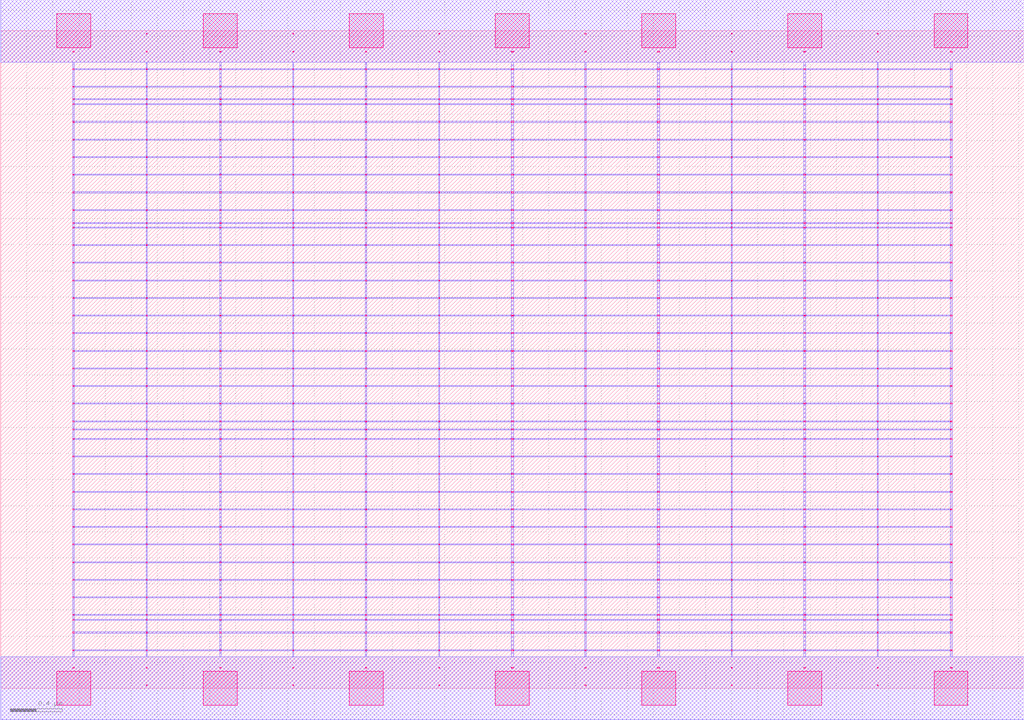
<source format=lef>
MACRO OOAI221_DEBUG
 CLASS CORE ;
 FOREIGN OOAI221_DEBUG 0 0 ;
 SIZE 7.84 BY 5.04 ;
 ORIGIN 0 0 ;
 SYMMETRY X Y R90 ;
 SITE unit ;

 OBS
    LAYER polycont ;
     RECT 3.91100000 2.58300000 3.92900000 2.59100000 ;
     RECT 3.91100000 2.71800000 3.92900000 2.72600000 ;
     RECT 3.91100000 2.85300000 3.92900000 2.86100000 ;
     RECT 3.91100000 2.98800000 3.92900000 2.99600000 ;
     RECT 6.15100000 2.58300000 6.16900000 2.59100000 ;
     RECT 6.71600000 2.58300000 6.72400000 2.59100000 ;
     RECT 7.27600000 2.58300000 7.28900000 2.59100000 ;
     RECT 4.47600000 2.58300000 4.48400000 2.59100000 ;
     RECT 4.47600000 2.71800000 4.48400000 2.72600000 ;
     RECT 5.03100000 2.71800000 5.04900000 2.72600000 ;
     RECT 5.59600000 2.71800000 5.60400000 2.72600000 ;
     RECT 6.15100000 2.71800000 6.16900000 2.72600000 ;
     RECT 6.71600000 2.71800000 6.72400000 2.72600000 ;
     RECT 7.27600000 2.71800000 7.28900000 2.72600000 ;
     RECT 5.03100000 2.58300000 5.04900000 2.59100000 ;
     RECT 4.47600000 2.85300000 4.48400000 2.86100000 ;
     RECT 5.03100000 2.85300000 5.04900000 2.86100000 ;
     RECT 5.59600000 2.85300000 5.60400000 2.86100000 ;
     RECT 6.15100000 2.85300000 6.16900000 2.86100000 ;
     RECT 6.71600000 2.85300000 6.72400000 2.86100000 ;
     RECT 7.27600000 2.85300000 7.28900000 2.86100000 ;
     RECT 5.59600000 2.58300000 5.60400000 2.59100000 ;
     RECT 4.47600000 2.98800000 4.48400000 2.99600000 ;
     RECT 5.03100000 2.98800000 5.04900000 2.99600000 ;
     RECT 5.59600000 2.98800000 5.60400000 2.99600000 ;
     RECT 6.15100000 2.98800000 6.16900000 2.99600000 ;
     RECT 6.71600000 2.98800000 6.72400000 2.99600000 ;
     RECT 7.27600000 2.98800000 7.28900000 2.99600000 ;
     RECT 1.67600000 2.85300000 1.68900000 2.86100000 ;
     RECT 2.23600000 2.85300000 2.24400000 2.86100000 ;
     RECT 2.79100000 2.85300000 2.80400000 2.86100000 ;
     RECT 3.35600000 2.85300000 3.36400000 2.86100000 ;
     RECT 1.11600000 2.71800000 1.12400000 2.72600000 ;
     RECT 1.67600000 2.71800000 1.68900000 2.72600000 ;
     RECT 2.23600000 2.71800000 2.24400000 2.72600000 ;
     RECT 2.79100000 2.71800000 2.80400000 2.72600000 ;
     RECT 3.35600000 2.71800000 3.36400000 2.72600000 ;
     RECT 1.11600000 2.58300000 1.12400000 2.59100000 ;
     RECT 1.67600000 2.58300000 1.68900000 2.59100000 ;
     RECT 0.55100000 2.98800000 0.56400000 2.99600000 ;
     RECT 1.11600000 2.98800000 1.12400000 2.99600000 ;
     RECT 1.67600000 2.98800000 1.68900000 2.99600000 ;
     RECT 2.23600000 2.98800000 2.24400000 2.99600000 ;
     RECT 2.79100000 2.98800000 2.80400000 2.99600000 ;
     RECT 3.35600000 2.98800000 3.36400000 2.99600000 ;
     RECT 2.23600000 2.58300000 2.24400000 2.59100000 ;
     RECT 2.79100000 2.58300000 2.80400000 2.59100000 ;
     RECT 3.35600000 2.58300000 3.36400000 2.59100000 ;
     RECT 0.55100000 2.58300000 0.56400000 2.59100000 ;
     RECT 0.55100000 2.71800000 0.56400000 2.72600000 ;
     RECT 0.55100000 2.85300000 0.56400000 2.86100000 ;
     RECT 1.11600000 2.85300000 1.12400000 2.86100000 ;
     RECT 2.23600000 3.12300000 2.24400000 3.13100000 ;
     RECT 2.23600000 3.25800000 2.24400000 3.26600000 ;
     RECT 2.23600000 3.39300000 2.24400000 3.40100000 ;
     RECT 2.23600000 3.52800000 2.24400000 3.53600000 ;
     RECT 2.23600000 3.56100000 2.24400000 3.56900000 ;
     RECT 2.23600000 3.66300000 2.24400000 3.67100000 ;
     RECT 2.23600000 3.79800000 2.24400000 3.80600000 ;
     RECT 2.23600000 3.93300000 2.24400000 3.94100000 ;
     RECT 2.23600000 4.06800000 2.24400000 4.07600000 ;
     RECT 2.23600000 4.20300000 2.24400000 4.21100000 ;
     RECT 2.23600000 4.33800000 2.24400000 4.34600000 ;
     RECT 2.23600000 4.47300000 2.24400000 4.48100000 ;
     RECT 2.23600000 4.51100000 2.24400000 4.51900000 ;
     RECT 2.23600000 4.60800000 2.24400000 4.61600000 ;
     RECT 2.23600000 4.74300000 2.24400000 4.75100000 ;
     RECT 2.23600000 4.87800000 2.24400000 4.88600000 ;
     RECT 6.71600000 1.90800000 6.72400000 1.91600000 ;
     RECT 7.27600000 1.90800000 7.28900000 1.91600000 ;
     RECT 6.71600000 1.98100000 6.72400000 1.98900000 ;
     RECT 7.27600000 1.98100000 7.28900000 1.98900000 ;
     RECT 6.71600000 2.04300000 6.72400000 2.05100000 ;
     RECT 7.27600000 2.04300000 7.28900000 2.05100000 ;
     RECT 6.71600000 2.17800000 6.72400000 2.18600000 ;
     RECT 7.27600000 2.17800000 7.28900000 2.18600000 ;
     RECT 6.71600000 2.31300000 6.72400000 2.32100000 ;
     RECT 7.27600000 2.31300000 7.28900000 2.32100000 ;
     RECT 6.71600000 2.44800000 6.72400000 2.45600000 ;
     RECT 7.27600000 2.44800000 7.28900000 2.45600000 ;
     RECT 6.71600000 0.15300000 6.72400000 0.16100000 ;
     RECT 7.27600000 0.15300000 7.28900000 0.16100000 ;
     RECT 6.71600000 0.28800000 6.72400000 0.29600000 ;
     RECT 7.27600000 0.28800000 7.28900000 0.29600000 ;
     RECT 6.71600000 0.42300000 6.72400000 0.43100000 ;
     RECT 7.27600000 0.42300000 7.28900000 0.43100000 ;
     RECT 6.71600000 0.52100000 6.72400000 0.52900000 ;
     RECT 7.27600000 0.52100000 7.28900000 0.52900000 ;
     RECT 6.71600000 0.55800000 6.72400000 0.56600000 ;
     RECT 7.27600000 0.55800000 7.28900000 0.56600000 ;
     RECT 6.71600000 0.69300000 6.72400000 0.70100000 ;
     RECT 7.27600000 0.69300000 7.28900000 0.70100000 ;
     RECT 6.71600000 0.82800000 6.72400000 0.83600000 ;
     RECT 7.27600000 0.82800000 7.28900000 0.83600000 ;
     RECT 6.71600000 0.96300000 6.72400000 0.97100000 ;
     RECT 7.27600000 0.96300000 7.28900000 0.97100000 ;
     RECT 6.71600000 1.09800000 6.72400000 1.10600000 ;
     RECT 7.27600000 1.09800000 7.28900000 1.10600000 ;
     RECT 6.71600000 1.23300000 6.72400000 1.24100000 ;
     RECT 7.27600000 1.23300000 7.28900000 1.24100000 ;
     RECT 6.71600000 1.36800000 6.72400000 1.37600000 ;
     RECT 7.27600000 1.36800000 7.28900000 1.37600000 ;
     RECT 6.71600000 1.50300000 6.72400000 1.51100000 ;
     RECT 7.27600000 1.50300000 7.28900000 1.51100000 ;
     RECT 6.71600000 1.63800000 6.72400000 1.64600000 ;
     RECT 7.27600000 1.63800000 7.28900000 1.64600000 ;
     RECT 6.71600000 1.77300000 6.72400000 1.78100000 ;
     RECT 7.27600000 1.77300000 7.28900000 1.78100000 ;

    LAYER pdiffc ;
     RECT 0.55100000 3.39300000 0.55900000 3.40100000 ;
     RECT 1.68100000 3.39300000 1.68900000 3.40100000 ;
     RECT 2.79100000 3.39300000 2.79900000 3.40100000 ;
     RECT 7.28100000 3.39300000 7.28900000 3.40100000 ;
     RECT 0.55100000 3.52800000 0.55900000 3.53600000 ;
     RECT 1.68100000 3.52800000 1.68900000 3.53600000 ;
     RECT 2.79100000 3.52800000 2.79900000 3.53600000 ;
     RECT 7.28100000 3.52800000 7.28900000 3.53600000 ;
     RECT 0.55100000 3.56100000 0.55900000 3.56900000 ;
     RECT 1.68100000 3.56100000 1.68900000 3.56900000 ;
     RECT 2.79100000 3.56100000 2.79900000 3.56900000 ;
     RECT 7.28100000 3.56100000 7.28900000 3.56900000 ;
     RECT 0.55100000 3.66300000 0.55900000 3.67100000 ;
     RECT 1.68100000 3.66300000 1.68900000 3.67100000 ;
     RECT 2.79100000 3.66300000 2.79900000 3.67100000 ;
     RECT 7.28100000 3.66300000 7.28900000 3.67100000 ;
     RECT 0.55100000 3.79800000 0.55900000 3.80600000 ;
     RECT 1.68100000 3.79800000 1.68900000 3.80600000 ;
     RECT 2.79100000 3.79800000 2.79900000 3.80600000 ;
     RECT 7.28100000 3.79800000 7.28900000 3.80600000 ;
     RECT 0.55100000 3.93300000 0.55900000 3.94100000 ;
     RECT 1.68100000 3.93300000 1.68900000 3.94100000 ;
     RECT 2.79100000 3.93300000 2.79900000 3.94100000 ;
     RECT 7.28100000 3.93300000 7.28900000 3.94100000 ;
     RECT 0.55100000 4.06800000 0.55900000 4.07600000 ;
     RECT 1.68100000 4.06800000 1.68900000 4.07600000 ;
     RECT 2.79100000 4.06800000 2.79900000 4.07600000 ;
     RECT 7.28100000 4.06800000 7.28900000 4.07600000 ;
     RECT 0.55100000 4.20300000 0.55900000 4.21100000 ;
     RECT 1.68100000 4.20300000 1.68900000 4.21100000 ;
     RECT 2.79100000 4.20300000 2.79900000 4.21100000 ;
     RECT 7.28100000 4.20300000 7.28900000 4.21100000 ;
     RECT 0.55100000 4.33800000 0.55900000 4.34600000 ;
     RECT 1.68100000 4.33800000 1.68900000 4.34600000 ;
     RECT 2.79100000 4.33800000 2.79900000 4.34600000 ;
     RECT 7.28100000 4.33800000 7.28900000 4.34600000 ;
     RECT 0.55100000 4.47300000 0.55900000 4.48100000 ;
     RECT 1.68100000 4.47300000 1.68900000 4.48100000 ;
     RECT 2.79100000 4.47300000 2.79900000 4.48100000 ;
     RECT 7.28100000 4.47300000 7.28900000 4.48100000 ;
     RECT 0.55100000 4.51100000 0.55900000 4.51900000 ;
     RECT 1.68100000 4.51100000 1.68900000 4.51900000 ;
     RECT 2.79100000 4.51100000 2.79900000 4.51900000 ;
     RECT 7.28100000 4.51100000 7.28900000 4.51900000 ;
     RECT 0.55100000 4.60800000 0.55900000 4.61600000 ;
     RECT 1.68100000 4.60800000 1.68900000 4.61600000 ;
     RECT 2.79100000 4.60800000 2.79900000 4.61600000 ;
     RECT 7.28100000 4.60800000 7.28900000 4.61600000 ;

    LAYER ndiffc ;
     RECT 0.55100000 0.42300000 0.56400000 0.43100000 ;
     RECT 1.67600000 0.42300000 1.68900000 0.43100000 ;
     RECT 2.79100000 0.42300000 2.80400000 0.43100000 ;
     RECT 3.91100000 0.42300000 3.92900000 0.43100000 ;
     RECT 5.03100000 0.42300000 5.04900000 0.43100000 ;
     RECT 6.15100000 0.42300000 6.16900000 0.43100000 ;
     RECT 0.55100000 0.52100000 0.56400000 0.52900000 ;
     RECT 1.67600000 0.52100000 1.68900000 0.52900000 ;
     RECT 2.79100000 0.52100000 2.80400000 0.52900000 ;
     RECT 3.91100000 0.52100000 3.92900000 0.52900000 ;
     RECT 5.03100000 0.52100000 5.04900000 0.52900000 ;
     RECT 6.15100000 0.52100000 6.16900000 0.52900000 ;
     RECT 0.55100000 0.55800000 0.56400000 0.56600000 ;
     RECT 1.67600000 0.55800000 1.68900000 0.56600000 ;
     RECT 2.79100000 0.55800000 2.80400000 0.56600000 ;
     RECT 3.91100000 0.55800000 3.92900000 0.56600000 ;
     RECT 5.03100000 0.55800000 5.04900000 0.56600000 ;
     RECT 6.15100000 0.55800000 6.16900000 0.56600000 ;
     RECT 0.55100000 0.69300000 0.56400000 0.70100000 ;
     RECT 1.67600000 0.69300000 1.68900000 0.70100000 ;
     RECT 2.79100000 0.69300000 2.80400000 0.70100000 ;
     RECT 3.91100000 0.69300000 3.92900000 0.70100000 ;
     RECT 5.03100000 0.69300000 5.04900000 0.70100000 ;
     RECT 6.15100000 0.69300000 6.16900000 0.70100000 ;
     RECT 0.55100000 0.82800000 0.56400000 0.83600000 ;
     RECT 1.67600000 0.82800000 1.68900000 0.83600000 ;
     RECT 2.79100000 0.82800000 2.80400000 0.83600000 ;
     RECT 3.91100000 0.82800000 3.92900000 0.83600000 ;
     RECT 5.03100000 0.82800000 5.04900000 0.83600000 ;
     RECT 6.15100000 0.82800000 6.16900000 0.83600000 ;
     RECT 0.55100000 0.96300000 0.56400000 0.97100000 ;
     RECT 1.67600000 0.96300000 1.68900000 0.97100000 ;
     RECT 2.79100000 0.96300000 2.80400000 0.97100000 ;
     RECT 3.91100000 0.96300000 3.92900000 0.97100000 ;
     RECT 5.03100000 0.96300000 5.04900000 0.97100000 ;
     RECT 6.15100000 0.96300000 6.16900000 0.97100000 ;
     RECT 0.55100000 1.09800000 0.56400000 1.10600000 ;
     RECT 1.67600000 1.09800000 1.68900000 1.10600000 ;
     RECT 2.79100000 1.09800000 2.80400000 1.10600000 ;
     RECT 3.91100000 1.09800000 3.92900000 1.10600000 ;
     RECT 5.03100000 1.09800000 5.04900000 1.10600000 ;
     RECT 6.15100000 1.09800000 6.16900000 1.10600000 ;
     RECT 0.55100000 1.23300000 0.56400000 1.24100000 ;
     RECT 1.67600000 1.23300000 1.68900000 1.24100000 ;
     RECT 2.79100000 1.23300000 2.80400000 1.24100000 ;
     RECT 3.91100000 1.23300000 3.92900000 1.24100000 ;
     RECT 5.03100000 1.23300000 5.04900000 1.24100000 ;
     RECT 6.15100000 1.23300000 6.16900000 1.24100000 ;
     RECT 0.55100000 1.36800000 0.56400000 1.37600000 ;
     RECT 1.67600000 1.36800000 1.68900000 1.37600000 ;
     RECT 2.79100000 1.36800000 2.80400000 1.37600000 ;
     RECT 3.91100000 1.36800000 3.92900000 1.37600000 ;
     RECT 5.03100000 1.36800000 5.04900000 1.37600000 ;
     RECT 6.15100000 1.36800000 6.16900000 1.37600000 ;
     RECT 0.55100000 1.50300000 0.56400000 1.51100000 ;
     RECT 1.67600000 1.50300000 1.68900000 1.51100000 ;
     RECT 2.79100000 1.50300000 2.80400000 1.51100000 ;
     RECT 3.91100000 1.50300000 3.92900000 1.51100000 ;
     RECT 5.03100000 1.50300000 5.04900000 1.51100000 ;
     RECT 6.15100000 1.50300000 6.16900000 1.51100000 ;
     RECT 0.55100000 1.63800000 0.56400000 1.64600000 ;
     RECT 1.67600000 1.63800000 1.68900000 1.64600000 ;
     RECT 2.79100000 1.63800000 2.80400000 1.64600000 ;
     RECT 3.91100000 1.63800000 3.92900000 1.64600000 ;
     RECT 5.03100000 1.63800000 5.04900000 1.64600000 ;
     RECT 6.15100000 1.63800000 6.16900000 1.64600000 ;
     RECT 0.55100000 1.77300000 0.56400000 1.78100000 ;
     RECT 1.67600000 1.77300000 1.68900000 1.78100000 ;
     RECT 2.79100000 1.77300000 2.80400000 1.78100000 ;
     RECT 3.91100000 1.77300000 3.92900000 1.78100000 ;
     RECT 5.03100000 1.77300000 5.04900000 1.78100000 ;
     RECT 6.15100000 1.77300000 6.16900000 1.78100000 ;
     RECT 0.55100000 1.90800000 0.56400000 1.91600000 ;
     RECT 1.67600000 1.90800000 1.68900000 1.91600000 ;
     RECT 2.79100000 1.90800000 2.80400000 1.91600000 ;
     RECT 3.91100000 1.90800000 3.92900000 1.91600000 ;
     RECT 5.03100000 1.90800000 5.04900000 1.91600000 ;
     RECT 6.15100000 1.90800000 6.16900000 1.91600000 ;
     RECT 0.55100000 1.98100000 0.56400000 1.98900000 ;
     RECT 1.67600000 1.98100000 1.68900000 1.98900000 ;
     RECT 2.79100000 1.98100000 2.80400000 1.98900000 ;
     RECT 3.91100000 1.98100000 3.92900000 1.98900000 ;
     RECT 5.03100000 1.98100000 5.04900000 1.98900000 ;
     RECT 6.15100000 1.98100000 6.16900000 1.98900000 ;
     RECT 0.55100000 2.04300000 0.56400000 2.05100000 ;
     RECT 1.67600000 2.04300000 1.68900000 2.05100000 ;
     RECT 2.79100000 2.04300000 2.80400000 2.05100000 ;
     RECT 3.91100000 2.04300000 3.92900000 2.05100000 ;
     RECT 5.03100000 2.04300000 5.04900000 2.05100000 ;
     RECT 6.15100000 2.04300000 6.16900000 2.05100000 ;

    LAYER met1 ;
     RECT 0.00000000 -0.24000000 7.84000000 0.24000000 ;
     RECT 3.91100000 0.24000000 3.92900000 0.28800000 ;
     RECT 0.55100000 0.28800000 7.28900000 0.29600000 ;
     RECT 3.91100000 0.29600000 3.92900000 0.42300000 ;
     RECT 0.55100000 0.42300000 7.28900000 0.43100000 ;
     RECT 3.91100000 0.43100000 3.92900000 0.52100000 ;
     RECT 0.55100000 0.52100000 7.28900000 0.52900000 ;
     RECT 3.91100000 0.52900000 3.92900000 0.55800000 ;
     RECT 0.55100000 0.55800000 7.28900000 0.56600000 ;
     RECT 3.91100000 0.56600000 3.92900000 0.69300000 ;
     RECT 0.55100000 0.69300000 7.28900000 0.70100000 ;
     RECT 3.91100000 0.70100000 3.92900000 0.82800000 ;
     RECT 0.55100000 0.82800000 7.28900000 0.83600000 ;
     RECT 3.91100000 0.83600000 3.92900000 0.96300000 ;
     RECT 0.55100000 0.96300000 7.28900000 0.97100000 ;
     RECT 3.91100000 0.97100000 3.92900000 1.09800000 ;
     RECT 0.55100000 1.09800000 7.28900000 1.10600000 ;
     RECT 3.91100000 1.10600000 3.92900000 1.23300000 ;
     RECT 0.55100000 1.23300000 7.28900000 1.24100000 ;
     RECT 3.91100000 1.24100000 3.92900000 1.36800000 ;
     RECT 0.55100000 1.36800000 7.28900000 1.37600000 ;
     RECT 3.91100000 1.37600000 3.92900000 1.50300000 ;
     RECT 0.55100000 1.50300000 7.28900000 1.51100000 ;
     RECT 3.91100000 1.51100000 3.92900000 1.63800000 ;
     RECT 0.55100000 1.63800000 7.28900000 1.64600000 ;
     RECT 3.91100000 1.64600000 3.92900000 1.77300000 ;
     RECT 0.55100000 1.77300000 7.28900000 1.78100000 ;
     RECT 3.91100000 1.78100000 3.92900000 1.90800000 ;
     RECT 0.55100000 1.90800000 7.28900000 1.91600000 ;
     RECT 3.91100000 1.91600000 3.92900000 1.98100000 ;
     RECT 0.55100000 1.98100000 7.28900000 1.98900000 ;
     RECT 3.91100000 1.98900000 3.92900000 2.04300000 ;
     RECT 0.55100000 2.04300000 7.28900000 2.05100000 ;
     RECT 3.91100000 2.05100000 3.92900000 2.17800000 ;
     RECT 0.55100000 2.17800000 7.28900000 2.18600000 ;
     RECT 3.91100000 2.18600000 3.92900000 2.31300000 ;
     RECT 0.55100000 2.31300000 7.28900000 2.32100000 ;
     RECT 3.91100000 2.32100000 3.92900000 2.44800000 ;
     RECT 0.55100000 2.44800000 7.28900000 2.45600000 ;
     RECT 0.55100000 2.45600000 0.56400000 2.58300000 ;
     RECT 1.11600000 2.45600000 1.12400000 2.58300000 ;
     RECT 1.67600000 2.45600000 1.68900000 2.58300000 ;
     RECT 2.23600000 2.45600000 2.24400000 2.58300000 ;
     RECT 2.79100000 2.45600000 2.80400000 2.58300000 ;
     RECT 3.35600000 2.45600000 3.36400000 2.58300000 ;
     RECT 3.91100000 2.45600000 3.92900000 2.58300000 ;
     RECT 4.47600000 2.45600000 4.48400000 2.58300000 ;
     RECT 5.03100000 2.45600000 5.04900000 2.58300000 ;
     RECT 5.59600000 2.45600000 5.60400000 2.58300000 ;
     RECT 6.15100000 2.45600000 6.16900000 2.58300000 ;
     RECT 6.71600000 2.45600000 6.72400000 2.58300000 ;
     RECT 7.27600000 2.45600000 7.28900000 2.58300000 ;
     RECT 0.55100000 2.58300000 7.28900000 2.59100000 ;
     RECT 3.91100000 2.59100000 3.92900000 2.71800000 ;
     RECT 0.55100000 2.71800000 7.28900000 2.72600000 ;
     RECT 3.91100000 2.72600000 3.92900000 2.85300000 ;
     RECT 0.55100000 2.85300000 7.28900000 2.86100000 ;
     RECT 3.91100000 2.86100000 3.92900000 2.98800000 ;
     RECT 0.55100000 2.98800000 7.28900000 2.99600000 ;
     RECT 3.91100000 2.99600000 3.92900000 3.12300000 ;
     RECT 0.55100000 3.12300000 7.28900000 3.13100000 ;
     RECT 3.91100000 3.13100000 3.92900000 3.25800000 ;
     RECT 0.55100000 3.25800000 7.28900000 3.26600000 ;
     RECT 3.91100000 3.26600000 3.92900000 3.39300000 ;
     RECT 0.55100000 3.39300000 7.28900000 3.40100000 ;
     RECT 3.91100000 3.40100000 3.92900000 3.52800000 ;
     RECT 0.55100000 3.52800000 7.28900000 3.53600000 ;
     RECT 3.91100000 3.53600000 3.92900000 3.56100000 ;
     RECT 0.55100000 3.56100000 7.28900000 3.56900000 ;
     RECT 3.91100000 3.56900000 3.92900000 3.66300000 ;
     RECT 0.55100000 3.66300000 7.28900000 3.67100000 ;
     RECT 3.91100000 3.67100000 3.92900000 3.79800000 ;
     RECT 0.55100000 3.79800000 7.28900000 3.80600000 ;
     RECT 3.91100000 3.80600000 3.92900000 3.93300000 ;
     RECT 0.55100000 3.93300000 7.28900000 3.94100000 ;
     RECT 3.91100000 3.94100000 3.92900000 4.06800000 ;
     RECT 0.55100000 4.06800000 7.28900000 4.07600000 ;
     RECT 3.91100000 4.07600000 3.92900000 4.20300000 ;
     RECT 0.55100000 4.20300000 7.28900000 4.21100000 ;
     RECT 3.91100000 4.21100000 3.92900000 4.33800000 ;
     RECT 0.55100000 4.33800000 7.28900000 4.34600000 ;
     RECT 3.91100000 4.34600000 3.92900000 4.47300000 ;
     RECT 0.55100000 4.47300000 7.28900000 4.48100000 ;
     RECT 3.91100000 4.48100000 3.92900000 4.51100000 ;
     RECT 0.55100000 4.51100000 7.28900000 4.51900000 ;
     RECT 3.91100000 4.51900000 3.92900000 4.60800000 ;
     RECT 0.55100000 4.60800000 7.28900000 4.61600000 ;
     RECT 3.91100000 4.61600000 3.92900000 4.74300000 ;
     RECT 0.55100000 4.74300000 7.28900000 4.75100000 ;
     RECT 3.91100000 4.75100000 3.92900000 4.80000000 ;
     RECT 0.00000000 4.80000000 7.84000000 5.28000000 ;
     RECT 4.47600000 3.80600000 4.48400000 3.93300000 ;
     RECT 5.03100000 3.80600000 5.04900000 3.93300000 ;
     RECT 5.59600000 3.80600000 5.60400000 3.93300000 ;
     RECT 6.15100000 3.80600000 6.16900000 3.93300000 ;
     RECT 6.71600000 3.80600000 6.72400000 3.93300000 ;
     RECT 7.27600000 3.80600000 7.28900000 3.93300000 ;
     RECT 6.15100000 3.94100000 6.16900000 4.06800000 ;
     RECT 6.71600000 3.94100000 6.72400000 4.06800000 ;
     RECT 7.27600000 3.94100000 7.28900000 4.06800000 ;
     RECT 6.15100000 4.07600000 6.16900000 4.20300000 ;
     RECT 6.71600000 4.07600000 6.72400000 4.20300000 ;
     RECT 7.27600000 4.07600000 7.28900000 4.20300000 ;
     RECT 6.15100000 4.21100000 6.16900000 4.33800000 ;
     RECT 6.71600000 4.21100000 6.72400000 4.33800000 ;
     RECT 7.27600000 4.21100000 7.28900000 4.33800000 ;
     RECT 6.15100000 4.34600000 6.16900000 4.47300000 ;
     RECT 6.71600000 4.34600000 6.72400000 4.47300000 ;
     RECT 7.27600000 4.34600000 7.28900000 4.47300000 ;
     RECT 6.15100000 4.48100000 6.16900000 4.51100000 ;
     RECT 6.71600000 4.48100000 6.72400000 4.51100000 ;
     RECT 7.27600000 4.48100000 7.28900000 4.51100000 ;
     RECT 6.15100000 4.51900000 6.16900000 4.60800000 ;
     RECT 6.71600000 4.51900000 6.72400000 4.60800000 ;
     RECT 7.27600000 4.51900000 7.28900000 4.60800000 ;
     RECT 6.15100000 4.61600000 6.16900000 4.74300000 ;
     RECT 6.71600000 4.61600000 6.72400000 4.74300000 ;
     RECT 7.27600000 4.61600000 7.28900000 4.74300000 ;
     RECT 6.15100000 4.75100000 6.16900000 4.80000000 ;
     RECT 6.71600000 4.75100000 6.72400000 4.80000000 ;
     RECT 7.27600000 4.75100000 7.28900000 4.80000000 ;
     RECT 4.47600000 4.48100000 4.48400000 4.51100000 ;
     RECT 5.03100000 4.48100000 5.04900000 4.51100000 ;
     RECT 5.59600000 4.48100000 5.60400000 4.51100000 ;
     RECT 4.47600000 4.21100000 4.48400000 4.33800000 ;
     RECT 5.03100000 4.21100000 5.04900000 4.33800000 ;
     RECT 5.59600000 4.21100000 5.60400000 4.33800000 ;
     RECT 4.47600000 4.51900000 4.48400000 4.60800000 ;
     RECT 5.03100000 4.51900000 5.04900000 4.60800000 ;
     RECT 5.59600000 4.51900000 5.60400000 4.60800000 ;
     RECT 4.47600000 4.07600000 4.48400000 4.20300000 ;
     RECT 5.03100000 4.07600000 5.04900000 4.20300000 ;
     RECT 5.59600000 4.07600000 5.60400000 4.20300000 ;
     RECT 4.47600000 4.61600000 4.48400000 4.74300000 ;
     RECT 5.03100000 4.61600000 5.04900000 4.74300000 ;
     RECT 5.59600000 4.61600000 5.60400000 4.74300000 ;
     RECT 4.47600000 4.34600000 4.48400000 4.47300000 ;
     RECT 5.03100000 4.34600000 5.04900000 4.47300000 ;
     RECT 5.59600000 4.34600000 5.60400000 4.47300000 ;
     RECT 4.47600000 4.75100000 4.48400000 4.80000000 ;
     RECT 5.03100000 4.75100000 5.04900000 4.80000000 ;
     RECT 5.59600000 4.75100000 5.60400000 4.80000000 ;
     RECT 4.47600000 3.94100000 4.48400000 4.06800000 ;
     RECT 5.03100000 3.94100000 5.04900000 4.06800000 ;
     RECT 5.59600000 3.94100000 5.60400000 4.06800000 ;
     RECT 5.03100000 3.40100000 5.04900000 3.52800000 ;
     RECT 5.59600000 3.40100000 5.60400000 3.52800000 ;
     RECT 4.47600000 3.53600000 4.48400000 3.56100000 ;
     RECT 5.03100000 3.53600000 5.04900000 3.56100000 ;
     RECT 5.59600000 3.53600000 5.60400000 3.56100000 ;
     RECT 5.59600000 2.59100000 5.60400000 2.71800000 ;
     RECT 4.47600000 3.56900000 4.48400000 3.66300000 ;
     RECT 4.47600000 2.59100000 4.48400000 2.71800000 ;
     RECT 5.03100000 2.59100000 5.04900000 2.71800000 ;
     RECT 5.03100000 3.56900000 5.04900000 3.66300000 ;
     RECT 5.59600000 3.56900000 5.60400000 3.66300000 ;
     RECT 4.47600000 2.86100000 4.48400000 2.98800000 ;
     RECT 5.03100000 2.86100000 5.04900000 2.98800000 ;
     RECT 4.47600000 2.99600000 4.48400000 3.12300000 ;
     RECT 5.03100000 2.99600000 5.04900000 3.12300000 ;
     RECT 4.47600000 3.13100000 4.48400000 3.25800000 ;
     RECT 5.03100000 3.13100000 5.04900000 3.25800000 ;
     RECT 4.47600000 3.67100000 4.48400000 3.79800000 ;
     RECT 5.03100000 3.67100000 5.04900000 3.79800000 ;
     RECT 5.59600000 3.67100000 5.60400000 3.79800000 ;
     RECT 5.59600000 2.86100000 5.60400000 2.98800000 ;
     RECT 4.47600000 2.72600000 4.48400000 2.85300000 ;
     RECT 5.03100000 2.72600000 5.04900000 2.85300000 ;
     RECT 5.59600000 3.13100000 5.60400000 3.25800000 ;
     RECT 5.59600000 2.99600000 5.60400000 3.12300000 ;
     RECT 4.47600000 3.26600000 4.48400000 3.39300000 ;
     RECT 5.03100000 3.26600000 5.04900000 3.39300000 ;
     RECT 5.59600000 3.26600000 5.60400000 3.39300000 ;
     RECT 5.59600000 2.72600000 5.60400000 2.85300000 ;
     RECT 4.47600000 3.40100000 4.48400000 3.52800000 ;
     RECT 7.27600000 3.40100000 7.28900000 3.52800000 ;
     RECT 6.71600000 2.59100000 6.72400000 2.71800000 ;
     RECT 7.27600000 2.59100000 7.28900000 2.71800000 ;
     RECT 6.71600000 2.72600000 6.72400000 2.85300000 ;
     RECT 7.27600000 2.72600000 7.28900000 2.85300000 ;
     RECT 7.27600000 3.13100000 7.28900000 3.25800000 ;
     RECT 6.15100000 2.72600000 6.16900000 2.85300000 ;
     RECT 6.15100000 3.67100000 6.16900000 3.79800000 ;
     RECT 6.71600000 3.67100000 6.72400000 3.79800000 ;
     RECT 7.27600000 3.67100000 7.28900000 3.79800000 ;
     RECT 6.15100000 3.26600000 6.16900000 3.39300000 ;
     RECT 6.15100000 2.86100000 6.16900000 2.98800000 ;
     RECT 6.15100000 3.53600000 6.16900000 3.56100000 ;
     RECT 6.71600000 3.53600000 6.72400000 3.56100000 ;
     RECT 7.27600000 3.53600000 7.28900000 3.56100000 ;
     RECT 6.71600000 3.26600000 6.72400000 3.39300000 ;
     RECT 6.15100000 2.59100000 6.16900000 2.71800000 ;
     RECT 7.27600000 3.26600000 7.28900000 3.39300000 ;
     RECT 6.15100000 2.99600000 6.16900000 3.12300000 ;
     RECT 6.71600000 2.86100000 6.72400000 2.98800000 ;
     RECT 7.27600000 2.86100000 7.28900000 2.98800000 ;
     RECT 6.15100000 3.40100000 6.16900000 3.52800000 ;
     RECT 6.15100000 3.13100000 6.16900000 3.25800000 ;
     RECT 6.71600000 3.40100000 6.72400000 3.52800000 ;
     RECT 6.15100000 3.56900000 6.16900000 3.66300000 ;
     RECT 6.71600000 3.56900000 6.72400000 3.66300000 ;
     RECT 6.71600000 2.99600000 6.72400000 3.12300000 ;
     RECT 7.27600000 2.99600000 7.28900000 3.12300000 ;
     RECT 7.27600000 3.56900000 7.28900000 3.66300000 ;
     RECT 6.71600000 3.13100000 6.72400000 3.25800000 ;
     RECT 0.55100000 3.80600000 0.56400000 3.93300000 ;
     RECT 1.11600000 3.80600000 1.12400000 3.93300000 ;
     RECT 1.67600000 3.80600000 1.68900000 3.93300000 ;
     RECT 2.23600000 3.80600000 2.24400000 3.93300000 ;
     RECT 2.79100000 3.80600000 2.80400000 3.93300000 ;
     RECT 3.35600000 3.80600000 3.36400000 3.93300000 ;
     RECT 2.23600000 4.21100000 2.24400000 4.33800000 ;
     RECT 2.79100000 4.21100000 2.80400000 4.33800000 ;
     RECT 3.35600000 4.21100000 3.36400000 4.33800000 ;
     RECT 2.23600000 4.34600000 2.24400000 4.47300000 ;
     RECT 2.79100000 4.34600000 2.80400000 4.47300000 ;
     RECT 3.35600000 4.34600000 3.36400000 4.47300000 ;
     RECT 2.23600000 4.48100000 2.24400000 4.51100000 ;
     RECT 2.79100000 4.48100000 2.80400000 4.51100000 ;
     RECT 3.35600000 4.48100000 3.36400000 4.51100000 ;
     RECT 2.23600000 4.51900000 2.24400000 4.60800000 ;
     RECT 2.79100000 4.51900000 2.80400000 4.60800000 ;
     RECT 3.35600000 4.51900000 3.36400000 4.60800000 ;
     RECT 2.23600000 4.61600000 2.24400000 4.74300000 ;
     RECT 2.79100000 4.61600000 2.80400000 4.74300000 ;
     RECT 3.35600000 4.61600000 3.36400000 4.74300000 ;
     RECT 2.23600000 3.94100000 2.24400000 4.06800000 ;
     RECT 2.79100000 3.94100000 2.80400000 4.06800000 ;
     RECT 3.35600000 3.94100000 3.36400000 4.06800000 ;
     RECT 2.23600000 4.07600000 2.24400000 4.20300000 ;
     RECT 2.23600000 4.75100000 2.24400000 4.80000000 ;
     RECT 2.79100000 4.75100000 2.80400000 4.80000000 ;
     RECT 3.35600000 4.75100000 3.36400000 4.80000000 ;
     RECT 2.79100000 4.07600000 2.80400000 4.20300000 ;
     RECT 3.35600000 4.07600000 3.36400000 4.20300000 ;
     RECT 0.55100000 4.51900000 0.56400000 4.60800000 ;
     RECT 1.11600000 4.51900000 1.12400000 4.60800000 ;
     RECT 1.67600000 4.51900000 1.68900000 4.60800000 ;
     RECT 0.55100000 4.07600000 0.56400000 4.20300000 ;
     RECT 1.11600000 4.07600000 1.12400000 4.20300000 ;
     RECT 1.67600000 4.07600000 1.68900000 4.20300000 ;
     RECT 0.55100000 4.61600000 0.56400000 4.74300000 ;
     RECT 1.11600000 4.61600000 1.12400000 4.74300000 ;
     RECT 1.67600000 4.61600000 1.68900000 4.74300000 ;
     RECT 0.55100000 4.34600000 0.56400000 4.47300000 ;
     RECT 1.11600000 4.34600000 1.12400000 4.47300000 ;
     RECT 1.67600000 4.34600000 1.68900000 4.47300000 ;
     RECT 0.55100000 3.94100000 0.56400000 4.06800000 ;
     RECT 1.11600000 3.94100000 1.12400000 4.06800000 ;
     RECT 1.67600000 3.94100000 1.68900000 4.06800000 ;
     RECT 0.55100000 4.48100000 0.56400000 4.51100000 ;
     RECT 0.55100000 4.75100000 0.56400000 4.80000000 ;
     RECT 1.11600000 4.75100000 1.12400000 4.80000000 ;
     RECT 1.67600000 4.75100000 1.68900000 4.80000000 ;
     RECT 1.11600000 4.48100000 1.12400000 4.51100000 ;
     RECT 1.67600000 4.48100000 1.68900000 4.51100000 ;
     RECT 0.55100000 4.21100000 0.56400000 4.33800000 ;
     RECT 1.11600000 4.21100000 1.12400000 4.33800000 ;
     RECT 1.67600000 4.21100000 1.68900000 4.33800000 ;
     RECT 1.67600000 3.13100000 1.68900000 3.25800000 ;
     RECT 0.55100000 2.86100000 0.56400000 2.98800000 ;
     RECT 1.67600000 2.86100000 1.68900000 2.98800000 ;
     RECT 0.55100000 3.53600000 0.56400000 3.56100000 ;
     RECT 1.11600000 3.53600000 1.12400000 3.56100000 ;
     RECT 1.67600000 3.67100000 1.68900000 3.79800000 ;
     RECT 1.67600000 3.26600000 1.68900000 3.39300000 ;
     RECT 1.67600000 3.53600000 1.68900000 3.56100000 ;
     RECT 1.11600000 2.86100000 1.12400000 2.98800000 ;
     RECT 0.55100000 3.56900000 0.56400000 3.66300000 ;
     RECT 1.11600000 3.56900000 1.12400000 3.66300000 ;
     RECT 1.67600000 3.56900000 1.68900000 3.66300000 ;
     RECT 1.67600000 2.72600000 1.68900000 2.85300000 ;
     RECT 0.55100000 2.99600000 0.56400000 3.12300000 ;
     RECT 1.11600000 2.99600000 1.12400000 3.12300000 ;
     RECT 1.67600000 3.40100000 1.68900000 3.52800000 ;
     RECT 0.55100000 2.59100000 0.56400000 2.71800000 ;
     RECT 1.11600000 2.59100000 1.12400000 2.71800000 ;
     RECT 0.55100000 2.72600000 0.56400000 2.85300000 ;
     RECT 1.11600000 2.72600000 1.12400000 2.85300000 ;
     RECT 0.55100000 3.13100000 0.56400000 3.25800000 ;
     RECT 1.67600000 2.59100000 1.68900000 2.71800000 ;
     RECT 0.55100000 3.26600000 0.56400000 3.39300000 ;
     RECT 1.11600000 3.26600000 1.12400000 3.39300000 ;
     RECT 0.55100000 3.67100000 0.56400000 3.79800000 ;
     RECT 1.11600000 3.67100000 1.12400000 3.79800000 ;
     RECT 1.11600000 3.13100000 1.12400000 3.25800000 ;
     RECT 1.67600000 2.99600000 1.68900000 3.12300000 ;
     RECT 0.55100000 3.40100000 0.56400000 3.52800000 ;
     RECT 1.11600000 3.40100000 1.12400000 3.52800000 ;
     RECT 2.79100000 3.26600000 2.80400000 3.39300000 ;
     RECT 3.35600000 3.26600000 3.36400000 3.39300000 ;
     RECT 2.23600000 3.40100000 2.24400000 3.52800000 ;
     RECT 2.23600000 3.53600000 2.24400000 3.56100000 ;
     RECT 2.79100000 3.53600000 2.80400000 3.56100000 ;
     RECT 2.79100000 2.72600000 2.80400000 2.85300000 ;
     RECT 3.35600000 2.72600000 3.36400000 2.85300000 ;
     RECT 3.35600000 3.53600000 3.36400000 3.56100000 ;
     RECT 2.79100000 2.59100000 2.80400000 2.71800000 ;
     RECT 3.35600000 2.59100000 3.36400000 2.71800000 ;
     RECT 2.23600000 2.59100000 2.24400000 2.71800000 ;
     RECT 2.23600000 2.86100000 2.24400000 2.98800000 ;
     RECT 2.79100000 3.40100000 2.80400000 3.52800000 ;
     RECT 2.23600000 3.13100000 2.24400000 3.25800000 ;
     RECT 2.79100000 3.13100000 2.80400000 3.25800000 ;
     RECT 2.23600000 3.56900000 2.24400000 3.66300000 ;
     RECT 2.79100000 3.56900000 2.80400000 3.66300000 ;
     RECT 3.35600000 3.56900000 3.36400000 3.66300000 ;
     RECT 3.35600000 3.13100000 3.36400000 3.25800000 ;
     RECT 2.23600000 2.72600000 2.24400000 2.85300000 ;
     RECT 2.79100000 2.86100000 2.80400000 2.98800000 ;
     RECT 3.35600000 2.86100000 3.36400000 2.98800000 ;
     RECT 2.23600000 3.67100000 2.24400000 3.79800000 ;
     RECT 2.79100000 3.67100000 2.80400000 3.79800000 ;
     RECT 3.35600000 3.67100000 3.36400000 3.79800000 ;
     RECT 2.23600000 2.99600000 2.24400000 3.12300000 ;
     RECT 2.79100000 2.99600000 2.80400000 3.12300000 ;
     RECT 3.35600000 2.99600000 3.36400000 3.12300000 ;
     RECT 3.35600000 3.40100000 3.36400000 3.52800000 ;
     RECT 2.23600000 3.26600000 2.24400000 3.39300000 ;
     RECT 0.55100000 1.10600000 0.56400000 1.23300000 ;
     RECT 1.11600000 1.10600000 1.12400000 1.23300000 ;
     RECT 1.67600000 1.10600000 1.68900000 1.23300000 ;
     RECT 2.23600000 1.10600000 2.24400000 1.23300000 ;
     RECT 2.79100000 1.10600000 2.80400000 1.23300000 ;
     RECT 3.35600000 1.10600000 3.36400000 1.23300000 ;
     RECT 2.23600000 1.78100000 2.24400000 1.90800000 ;
     RECT 2.79100000 1.78100000 2.80400000 1.90800000 ;
     RECT 3.35600000 1.78100000 3.36400000 1.90800000 ;
     RECT 2.23600000 1.91600000 2.24400000 1.98100000 ;
     RECT 2.79100000 1.91600000 2.80400000 1.98100000 ;
     RECT 3.35600000 1.91600000 3.36400000 1.98100000 ;
     RECT 2.23600000 1.98900000 2.24400000 2.04300000 ;
     RECT 2.79100000 1.98900000 2.80400000 2.04300000 ;
     RECT 3.35600000 1.98900000 3.36400000 2.04300000 ;
     RECT 2.23600000 2.05100000 2.24400000 2.17800000 ;
     RECT 2.79100000 2.05100000 2.80400000 2.17800000 ;
     RECT 3.35600000 2.05100000 3.36400000 2.17800000 ;
     RECT 2.23600000 2.18600000 2.24400000 2.31300000 ;
     RECT 2.79100000 2.18600000 2.80400000 2.31300000 ;
     RECT 3.35600000 2.18600000 3.36400000 2.31300000 ;
     RECT 2.23600000 2.32100000 2.24400000 2.44800000 ;
     RECT 2.79100000 2.32100000 2.80400000 2.44800000 ;
     RECT 3.35600000 2.32100000 3.36400000 2.44800000 ;
     RECT 2.23600000 1.51100000 2.24400000 1.63800000 ;
     RECT 2.79100000 1.51100000 2.80400000 1.63800000 ;
     RECT 3.35600000 1.51100000 3.36400000 1.63800000 ;
     RECT 2.23600000 1.64600000 2.24400000 1.77300000 ;
     RECT 2.79100000 1.64600000 2.80400000 1.77300000 ;
     RECT 3.35600000 1.64600000 3.36400000 1.77300000 ;
     RECT 2.23600000 1.24100000 2.24400000 1.36800000 ;
     RECT 2.79100000 1.24100000 2.80400000 1.36800000 ;
     RECT 3.35600000 1.24100000 3.36400000 1.36800000 ;
     RECT 2.23600000 1.37600000 2.24400000 1.50300000 ;
     RECT 2.79100000 1.37600000 2.80400000 1.50300000 ;
     RECT 3.35600000 1.37600000 3.36400000 1.50300000 ;
     RECT 1.67600000 2.18600000 1.68900000 2.31300000 ;
     RECT 1.67600000 1.91600000 1.68900000 1.98100000 ;
     RECT 1.11600000 1.64600000 1.12400000 1.77300000 ;
     RECT 0.55100000 1.78100000 0.56400000 1.90800000 ;
     RECT 0.55100000 2.32100000 0.56400000 2.44800000 ;
     RECT 1.11600000 2.32100000 1.12400000 2.44800000 ;
     RECT 1.67600000 2.32100000 1.68900000 2.44800000 ;
     RECT 1.11600000 1.78100000 1.12400000 1.90800000 ;
     RECT 0.55100000 1.98900000 0.56400000 2.04300000 ;
     RECT 1.11600000 1.98900000 1.12400000 2.04300000 ;
     RECT 1.67600000 1.98900000 1.68900000 2.04300000 ;
     RECT 1.67600000 1.78100000 1.68900000 1.90800000 ;
     RECT 1.67600000 1.64600000 1.68900000 1.77300000 ;
     RECT 1.67600000 1.51100000 1.68900000 1.63800000 ;
     RECT 0.55100000 2.05100000 0.56400000 2.17800000 ;
     RECT 1.11600000 2.05100000 1.12400000 2.17800000 ;
     RECT 0.55100000 1.24100000 0.56400000 1.36800000 ;
     RECT 1.11600000 1.24100000 1.12400000 1.36800000 ;
     RECT 1.67600000 1.24100000 1.68900000 1.36800000 ;
     RECT 1.67600000 2.05100000 1.68900000 2.17800000 ;
     RECT 0.55100000 1.64600000 0.56400000 1.77300000 ;
     RECT 0.55100000 1.91600000 0.56400000 1.98100000 ;
     RECT 0.55100000 1.37600000 0.56400000 1.50300000 ;
     RECT 1.11600000 1.37600000 1.12400000 1.50300000 ;
     RECT 1.67600000 1.37600000 1.68900000 1.50300000 ;
     RECT 1.11600000 1.91600000 1.12400000 1.98100000 ;
     RECT 0.55100000 2.18600000 0.56400000 2.31300000 ;
     RECT 1.11600000 2.18600000 1.12400000 2.31300000 ;
     RECT 0.55100000 1.51100000 0.56400000 1.63800000 ;
     RECT 1.11600000 1.51100000 1.12400000 1.63800000 ;
     RECT 1.67600000 0.24000000 1.68900000 0.28800000 ;
     RECT 0.55100000 0.56600000 0.56400000 0.69300000 ;
     RECT 1.67600000 0.56600000 1.68900000 0.69300000 ;
     RECT 1.11600000 0.56600000 1.12400000 0.69300000 ;
     RECT 1.11600000 0.52900000 1.12400000 0.55800000 ;
     RECT 1.67600000 0.52900000 1.68900000 0.55800000 ;
     RECT 0.55100000 0.24000000 0.56400000 0.28800000 ;
     RECT 0.55100000 0.43100000 0.56400000 0.52100000 ;
     RECT 1.11600000 0.43100000 1.12400000 0.52100000 ;
     RECT 1.11600000 0.24000000 1.12400000 0.28800000 ;
     RECT 0.55100000 0.52900000 0.56400000 0.55800000 ;
     RECT 0.55100000 0.29600000 0.56400000 0.42300000 ;
     RECT 1.11600000 0.29600000 1.12400000 0.42300000 ;
     RECT 0.55100000 0.70100000 0.56400000 0.82800000 ;
     RECT 1.11600000 0.70100000 1.12400000 0.82800000 ;
     RECT 1.67600000 0.43100000 1.68900000 0.52100000 ;
     RECT 1.67600000 0.70100000 1.68900000 0.82800000 ;
     RECT 1.67600000 0.29600000 1.68900000 0.42300000 ;
     RECT 0.55100000 0.83600000 0.56400000 0.96300000 ;
     RECT 1.11600000 0.83600000 1.12400000 0.96300000 ;
     RECT 1.67600000 0.83600000 1.68900000 0.96300000 ;
     RECT 0.55100000 0.97100000 0.56400000 1.09800000 ;
     RECT 1.11600000 0.97100000 1.12400000 1.09800000 ;
     RECT 1.67600000 0.97100000 1.68900000 1.09800000 ;
     RECT 3.35600000 0.70100000 3.36400000 0.82800000 ;
     RECT 2.23600000 0.56600000 2.24400000 0.69300000 ;
     RECT 2.23600000 0.29600000 2.24400000 0.42300000 ;
     RECT 2.79100000 0.56600000 2.80400000 0.69300000 ;
     RECT 3.35600000 0.56600000 3.36400000 0.69300000 ;
     RECT 2.79100000 0.52900000 2.80400000 0.55800000 ;
     RECT 2.23600000 0.83600000 2.24400000 0.96300000 ;
     RECT 2.79100000 0.83600000 2.80400000 0.96300000 ;
     RECT 3.35600000 0.83600000 3.36400000 0.96300000 ;
     RECT 2.79100000 0.29600000 2.80400000 0.42300000 ;
     RECT 3.35600000 0.29600000 3.36400000 0.42300000 ;
     RECT 3.35600000 0.52900000 3.36400000 0.55800000 ;
     RECT 3.35600000 0.24000000 3.36400000 0.28800000 ;
     RECT 2.23600000 0.43100000 2.24400000 0.52100000 ;
     RECT 2.79100000 0.24000000 2.80400000 0.28800000 ;
     RECT 2.23600000 0.97100000 2.24400000 1.09800000 ;
     RECT 2.79100000 0.97100000 2.80400000 1.09800000 ;
     RECT 3.35600000 0.97100000 3.36400000 1.09800000 ;
     RECT 2.23600000 0.52900000 2.24400000 0.55800000 ;
     RECT 2.23600000 0.24000000 2.24400000 0.28800000 ;
     RECT 2.79100000 0.43100000 2.80400000 0.52100000 ;
     RECT 3.35600000 0.43100000 3.36400000 0.52100000 ;
     RECT 2.23600000 0.70100000 2.24400000 0.82800000 ;
     RECT 2.79100000 0.70100000 2.80400000 0.82800000 ;
     RECT 4.47600000 1.10600000 4.48400000 1.23300000 ;
     RECT 5.03100000 1.10600000 5.04900000 1.23300000 ;
     RECT 5.59600000 1.10600000 5.60400000 1.23300000 ;
     RECT 6.15100000 1.10600000 6.16900000 1.23300000 ;
     RECT 6.71600000 1.10600000 6.72400000 1.23300000 ;
     RECT 7.27600000 1.10600000 7.28900000 1.23300000 ;
     RECT 6.15100000 1.91600000 6.16900000 1.98100000 ;
     RECT 6.71600000 1.91600000 6.72400000 1.98100000 ;
     RECT 7.27600000 1.91600000 7.28900000 1.98100000 ;
     RECT 6.15100000 1.98900000 6.16900000 2.04300000 ;
     RECT 6.71600000 1.98900000 6.72400000 2.04300000 ;
     RECT 7.27600000 1.98900000 7.28900000 2.04300000 ;
     RECT 6.15100000 2.05100000 6.16900000 2.17800000 ;
     RECT 6.71600000 2.05100000 6.72400000 2.17800000 ;
     RECT 7.27600000 2.05100000 7.28900000 2.17800000 ;
     RECT 6.15100000 1.24100000 6.16900000 1.36800000 ;
     RECT 6.71600000 1.24100000 6.72400000 1.36800000 ;
     RECT 7.27600000 1.24100000 7.28900000 1.36800000 ;
     RECT 6.15100000 2.18600000 6.16900000 2.31300000 ;
     RECT 6.71600000 2.18600000 6.72400000 2.31300000 ;
     RECT 7.27600000 2.18600000 7.28900000 2.31300000 ;
     RECT 6.15100000 1.37600000 6.16900000 1.50300000 ;
     RECT 6.15100000 2.32100000 6.16900000 2.44800000 ;
     RECT 6.71600000 2.32100000 6.72400000 2.44800000 ;
     RECT 7.27600000 2.32100000 7.28900000 2.44800000 ;
     RECT 6.71600000 1.37600000 6.72400000 1.50300000 ;
     RECT 7.27600000 1.37600000 7.28900000 1.50300000 ;
     RECT 6.15100000 1.51100000 6.16900000 1.63800000 ;
     RECT 6.71600000 1.51100000 6.72400000 1.63800000 ;
     RECT 7.27600000 1.51100000 7.28900000 1.63800000 ;
     RECT 6.15100000 1.64600000 6.16900000 1.77300000 ;
     RECT 6.71600000 1.64600000 6.72400000 1.77300000 ;
     RECT 7.27600000 1.64600000 7.28900000 1.77300000 ;
     RECT 6.15100000 1.78100000 6.16900000 1.90800000 ;
     RECT 6.71600000 1.78100000 6.72400000 1.90800000 ;
     RECT 7.27600000 1.78100000 7.28900000 1.90800000 ;
     RECT 5.03100000 1.37600000 5.04900000 1.50300000 ;
     RECT 5.59600000 1.37600000 5.60400000 1.50300000 ;
     RECT 5.59600000 2.05100000 5.60400000 2.17800000 ;
     RECT 4.47600000 2.32100000 4.48400000 2.44800000 ;
     RECT 5.03100000 2.32100000 5.04900000 2.44800000 ;
     RECT 5.59600000 2.32100000 5.60400000 2.44800000 ;
     RECT 5.03100000 1.98900000 5.04900000 2.04300000 ;
     RECT 5.59600000 1.98900000 5.60400000 2.04300000 ;
     RECT 5.59600000 1.91600000 5.60400000 1.98100000 ;
     RECT 5.59600000 1.24100000 5.60400000 1.36800000 ;
     RECT 5.03100000 1.91600000 5.04900000 1.98100000 ;
     RECT 4.47600000 1.51100000 4.48400000 1.63800000 ;
     RECT 5.03100000 1.51100000 5.04900000 1.63800000 ;
     RECT 5.59600000 1.51100000 5.60400000 1.63800000 ;
     RECT 4.47600000 1.98900000 4.48400000 2.04300000 ;
     RECT 4.47600000 1.24100000 4.48400000 1.36800000 ;
     RECT 4.47600000 2.18600000 4.48400000 2.31300000 ;
     RECT 4.47600000 1.64600000 4.48400000 1.77300000 ;
     RECT 5.03100000 1.64600000 5.04900000 1.77300000 ;
     RECT 5.59600000 1.64600000 5.60400000 1.77300000 ;
     RECT 5.03100000 2.18600000 5.04900000 2.31300000 ;
     RECT 5.59600000 2.18600000 5.60400000 2.31300000 ;
     RECT 5.03100000 1.24100000 5.04900000 1.36800000 ;
     RECT 4.47600000 1.78100000 4.48400000 1.90800000 ;
     RECT 5.03100000 1.78100000 5.04900000 1.90800000 ;
     RECT 5.59600000 1.78100000 5.60400000 1.90800000 ;
     RECT 4.47600000 2.05100000 4.48400000 2.17800000 ;
     RECT 5.03100000 2.05100000 5.04900000 2.17800000 ;
     RECT 4.47600000 1.37600000 4.48400000 1.50300000 ;
     RECT 4.47600000 1.91600000 4.48400000 1.98100000 ;
     RECT 4.47600000 0.29600000 4.48400000 0.42300000 ;
     RECT 5.03100000 0.29600000 5.04900000 0.42300000 ;
     RECT 4.47600000 0.43100000 4.48400000 0.52100000 ;
     RECT 5.03100000 0.43100000 5.04900000 0.52100000 ;
     RECT 5.59600000 0.29600000 5.60400000 0.42300000 ;
     RECT 5.59600000 0.52900000 5.60400000 0.55800000 ;
     RECT 4.47600000 0.83600000 4.48400000 0.96300000 ;
     RECT 5.03100000 0.83600000 5.04900000 0.96300000 ;
     RECT 5.59600000 0.83600000 5.60400000 0.96300000 ;
     RECT 4.47600000 0.52900000 4.48400000 0.55800000 ;
     RECT 5.59600000 0.43100000 5.60400000 0.52100000 ;
     RECT 4.47600000 0.97100000 4.48400000 1.09800000 ;
     RECT 5.03100000 0.97100000 5.04900000 1.09800000 ;
     RECT 5.59600000 0.97100000 5.60400000 1.09800000 ;
     RECT 5.03100000 0.52900000 5.04900000 0.55800000 ;
     RECT 5.59600000 0.24000000 5.60400000 0.28800000 ;
     RECT 4.47600000 0.70100000 4.48400000 0.82800000 ;
     RECT 5.03100000 0.70100000 5.04900000 0.82800000 ;
     RECT 5.59600000 0.70100000 5.60400000 0.82800000 ;
     RECT 4.47600000 0.24000000 4.48400000 0.28800000 ;
     RECT 4.47600000 0.56600000 4.48400000 0.69300000 ;
     RECT 5.03100000 0.56600000 5.04900000 0.69300000 ;
     RECT 5.59600000 0.56600000 5.60400000 0.69300000 ;
     RECT 5.03100000 0.24000000 5.04900000 0.28800000 ;
     RECT 6.15100000 0.29600000 6.16900000 0.42300000 ;
     RECT 6.15100000 0.70100000 6.16900000 0.82800000 ;
     RECT 6.15100000 0.43100000 6.16900000 0.52100000 ;
     RECT 6.71600000 0.83600000 6.72400000 0.96300000 ;
     RECT 7.27600000 0.83600000 7.28900000 0.96300000 ;
     RECT 6.15100000 0.52900000 6.16900000 0.55800000 ;
     RECT 6.15100000 0.97100000 6.16900000 1.09800000 ;
     RECT 6.71600000 0.97100000 6.72400000 1.09800000 ;
     RECT 7.27600000 0.97100000 7.28900000 1.09800000 ;
     RECT 6.71600000 0.52900000 6.72400000 0.55800000 ;
     RECT 7.27600000 0.52900000 7.28900000 0.55800000 ;
     RECT 6.71600000 0.70100000 6.72400000 0.82800000 ;
     RECT 6.71600000 0.24000000 6.72400000 0.28800000 ;
     RECT 7.27600000 0.24000000 7.28900000 0.28800000 ;
     RECT 6.15100000 0.83600000 6.16900000 0.96300000 ;
     RECT 7.27600000 0.70100000 7.28900000 0.82800000 ;
     RECT 6.15100000 0.24000000 6.16900000 0.28800000 ;
     RECT 6.71600000 0.29600000 6.72400000 0.42300000 ;
     RECT 6.15100000 0.56600000 6.16900000 0.69300000 ;
     RECT 6.71600000 0.56600000 6.72400000 0.69300000 ;
     RECT 7.27600000 0.56600000 7.28900000 0.69300000 ;
     RECT 6.71600000 0.43100000 6.72400000 0.52100000 ;
     RECT 7.27600000 0.43100000 7.28900000 0.52100000 ;
     RECT 7.27600000 0.29600000 7.28900000 0.42300000 ;

    LAYER via1 ;
     RECT 3.79000000 -0.13000000 4.05000000 0.13000000 ;
     RECT 3.91100000 0.15300000 3.92900000 0.16100000 ;
     RECT 3.91100000 0.28800000 3.92900000 0.29600000 ;
     RECT 3.91100000 0.42300000 3.92900000 0.43100000 ;
     RECT 3.91100000 0.52100000 3.92900000 0.52900000 ;
     RECT 3.91100000 0.55800000 3.92900000 0.56600000 ;
     RECT 3.91100000 0.69300000 3.92900000 0.70100000 ;
     RECT 3.91100000 0.82800000 3.92900000 0.83600000 ;
     RECT 3.91100000 0.96300000 3.92900000 0.97100000 ;
     RECT 3.91100000 1.09800000 3.92900000 1.10600000 ;
     RECT 3.91100000 1.23300000 3.92900000 1.24100000 ;
     RECT 3.91100000 1.36800000 3.92900000 1.37600000 ;
     RECT 3.91100000 1.50300000 3.92900000 1.51100000 ;
     RECT 3.91100000 1.63800000 3.92900000 1.64600000 ;
     RECT 3.91100000 1.77300000 3.92900000 1.78100000 ;
     RECT 3.91100000 1.90800000 3.92900000 1.91600000 ;
     RECT 3.91100000 1.98100000 3.92900000 1.98900000 ;
     RECT 3.91100000 2.04300000 3.92900000 2.05100000 ;
     RECT 3.91100000 2.17800000 3.92900000 2.18600000 ;
     RECT 3.91100000 2.31300000 3.92900000 2.32100000 ;
     RECT 3.91100000 2.44800000 3.92900000 2.45600000 ;
     RECT 3.91100000 2.58300000 3.92900000 2.59100000 ;
     RECT 3.91100000 2.71800000 3.92900000 2.72600000 ;
     RECT 3.91100000 2.85300000 3.92900000 2.86100000 ;
     RECT 3.91100000 2.98800000 3.92900000 2.99600000 ;
     RECT 3.91100000 3.12300000 3.92900000 3.13100000 ;
     RECT 3.91100000 3.25800000 3.92900000 3.26600000 ;
     RECT 3.91100000 3.39300000 3.92900000 3.40100000 ;
     RECT 3.91100000 3.52800000 3.92900000 3.53600000 ;
     RECT 3.91100000 3.56100000 3.92900000 3.56900000 ;
     RECT 3.91100000 3.66300000 3.92900000 3.67100000 ;
     RECT 3.91100000 3.79800000 3.92900000 3.80600000 ;
     RECT 3.91100000 3.93300000 3.92900000 3.94100000 ;
     RECT 3.91100000 4.06800000 3.92900000 4.07600000 ;
     RECT 3.91100000 4.20300000 3.92900000 4.21100000 ;
     RECT 3.91100000 4.33800000 3.92900000 4.34600000 ;
     RECT 3.91100000 4.47300000 3.92900000 4.48100000 ;
     RECT 3.91100000 4.51100000 3.92900000 4.51900000 ;
     RECT 3.91100000 4.60800000 3.92900000 4.61600000 ;
     RECT 3.91100000 4.74300000 3.92900000 4.75100000 ;
     RECT 3.91100000 4.87800000 3.92900000 4.88600000 ;
     RECT 3.79000000 4.91000000 4.05000000 5.17000000 ;
     RECT 6.15100000 3.93300000 6.16900000 3.94100000 ;
     RECT 6.71600000 3.93300000 6.72400000 3.94100000 ;
     RECT 7.27600000 3.93300000 7.28900000 3.94100000 ;
     RECT 6.15100000 4.06800000 6.16900000 4.07600000 ;
     RECT 6.71600000 4.06800000 6.72400000 4.07600000 ;
     RECT 7.27600000 4.06800000 7.28900000 4.07600000 ;
     RECT 6.15100000 4.20300000 6.16900000 4.21100000 ;
     RECT 6.71600000 4.20300000 6.72400000 4.21100000 ;
     RECT 7.27600000 4.20300000 7.28900000 4.21100000 ;
     RECT 6.15100000 4.33800000 6.16900000 4.34600000 ;
     RECT 6.71600000 4.33800000 6.72400000 4.34600000 ;
     RECT 7.27600000 4.33800000 7.28900000 4.34600000 ;
     RECT 6.15100000 4.47300000 6.16900000 4.48100000 ;
     RECT 6.71600000 4.47300000 6.72400000 4.48100000 ;
     RECT 7.27600000 4.47300000 7.28900000 4.48100000 ;
     RECT 6.15100000 4.51100000 6.16900000 4.51900000 ;
     RECT 6.71600000 4.51100000 6.72400000 4.51900000 ;
     RECT 7.27600000 4.51100000 7.28900000 4.51900000 ;
     RECT 6.15100000 4.60800000 6.16900000 4.61600000 ;
     RECT 6.71600000 4.60800000 6.72400000 4.61600000 ;
     RECT 7.27600000 4.60800000 7.28900000 4.61600000 ;
     RECT 6.15100000 4.74300000 6.16900000 4.75100000 ;
     RECT 6.71600000 4.74300000 6.72400000 4.75100000 ;
     RECT 7.27600000 4.74300000 7.28900000 4.75100000 ;
     RECT 6.15100000 4.87800000 6.16900000 4.88600000 ;
     RECT 6.71600000 4.87800000 6.72400000 4.88600000 ;
     RECT 7.27600000 4.87800000 7.28900000 4.88600000 ;
     RECT 6.71600000 5.01300000 6.72400000 5.02100000 ;
     RECT 6.03000000 4.91000000 6.29000000 5.17000000 ;
     RECT 7.15000000 4.91000000 7.41000000 5.17000000 ;
     RECT 4.47600000 4.51100000 4.48400000 4.51900000 ;
     RECT 5.03100000 4.51100000 5.04900000 4.51900000 ;
     RECT 5.59600000 4.51100000 5.60400000 4.51900000 ;
     RECT 4.47600000 4.06800000 4.48400000 4.07600000 ;
     RECT 5.03100000 4.06800000 5.04900000 4.07600000 ;
     RECT 5.59600000 4.06800000 5.60400000 4.07600000 ;
     RECT 4.47600000 4.60800000 4.48400000 4.61600000 ;
     RECT 5.03100000 4.60800000 5.04900000 4.61600000 ;
     RECT 5.59600000 4.60800000 5.60400000 4.61600000 ;
     RECT 4.47600000 4.33800000 4.48400000 4.34600000 ;
     RECT 5.03100000 4.33800000 5.04900000 4.34600000 ;
     RECT 5.59600000 4.33800000 5.60400000 4.34600000 ;
     RECT 4.47600000 4.74300000 4.48400000 4.75100000 ;
     RECT 5.03100000 4.74300000 5.04900000 4.75100000 ;
     RECT 5.59600000 4.74300000 5.60400000 4.75100000 ;
     RECT 4.47600000 3.93300000 4.48400000 3.94100000 ;
     RECT 5.03100000 3.93300000 5.04900000 3.94100000 ;
     RECT 5.59600000 3.93300000 5.60400000 3.94100000 ;
     RECT 4.47600000 4.87800000 4.48400000 4.88600000 ;
     RECT 5.03100000 4.87800000 5.04900000 4.88600000 ;
     RECT 5.59600000 4.87800000 5.60400000 4.88600000 ;
     RECT 4.47600000 4.47300000 4.48400000 4.48100000 ;
     RECT 5.03100000 4.47300000 5.04900000 4.48100000 ;
     RECT 5.59600000 4.47300000 5.60400000 4.48100000 ;
     RECT 4.47600000 5.01300000 4.48400000 5.02100000 ;
     RECT 5.59600000 5.01300000 5.60400000 5.02100000 ;
     RECT 4.47600000 4.20300000 4.48400000 4.21100000 ;
     RECT 4.91000000 4.91000000 5.17000000 5.17000000 ;
     RECT 5.03100000 4.20300000 5.04900000 4.21100000 ;
     RECT 5.59600000 4.20300000 5.60400000 4.21100000 ;
     RECT 5.59600000 2.58300000 5.60400000 2.59100000 ;
     RECT 5.03100000 2.85300000 5.04900000 2.86100000 ;
     RECT 4.47600000 2.98800000 4.48400000 2.99600000 ;
     RECT 5.03100000 2.98800000 5.04900000 2.99600000 ;
     RECT 5.59600000 2.98800000 5.60400000 2.99600000 ;
     RECT 4.47600000 3.12300000 4.48400000 3.13100000 ;
     RECT 5.03100000 3.12300000 5.04900000 3.13100000 ;
     RECT 5.59600000 3.12300000 5.60400000 3.13100000 ;
     RECT 5.59600000 2.85300000 5.60400000 2.86100000 ;
     RECT 4.47600000 3.25800000 4.48400000 3.26600000 ;
     RECT 5.03100000 3.25800000 5.04900000 3.26600000 ;
     RECT 5.59600000 3.25800000 5.60400000 3.26600000 ;
     RECT 4.47600000 3.39300000 4.48400000 3.40100000 ;
     RECT 5.03100000 3.39300000 5.04900000 3.40100000 ;
     RECT 5.59600000 3.39300000 5.60400000 3.40100000 ;
     RECT 4.47600000 2.58300000 4.48400000 2.59100000 ;
     RECT 4.47600000 3.52800000 4.48400000 3.53600000 ;
     RECT 5.03100000 3.52800000 5.04900000 3.53600000 ;
     RECT 5.59600000 3.52800000 5.60400000 3.53600000 ;
     RECT 4.47600000 2.71800000 4.48400000 2.72600000 ;
     RECT 5.03100000 2.58300000 5.04900000 2.59100000 ;
     RECT 4.47600000 3.56100000 4.48400000 3.56900000 ;
     RECT 5.03100000 3.56100000 5.04900000 3.56900000 ;
     RECT 5.59600000 3.56100000 5.60400000 3.56900000 ;
     RECT 5.03100000 2.71800000 5.04900000 2.72600000 ;
     RECT 4.47600000 3.66300000 4.48400000 3.67100000 ;
     RECT 5.03100000 3.66300000 5.04900000 3.67100000 ;
     RECT 4.47600000 2.85300000 4.48400000 2.86100000 ;
     RECT 5.59600000 3.66300000 5.60400000 3.67100000 ;
     RECT 5.59600000 2.71800000 5.60400000 2.72600000 ;
     RECT 4.47600000 3.79800000 4.48400000 3.80600000 ;
     RECT 5.03100000 3.79800000 5.04900000 3.80600000 ;
     RECT 5.59600000 3.79800000 5.60400000 3.80600000 ;
     RECT 6.71600000 2.71800000 6.72400000 2.72600000 ;
     RECT 6.71600000 2.98800000 6.72400000 2.99600000 ;
     RECT 6.15100000 3.25800000 6.16900000 3.26600000 ;
     RECT 6.71600000 3.25800000 6.72400000 3.26600000 ;
     RECT 7.27600000 3.25800000 7.28900000 3.26600000 ;
     RECT 6.15100000 3.56100000 6.16900000 3.56900000 ;
     RECT 6.71600000 3.56100000 6.72400000 3.56900000 ;
     RECT 7.27600000 2.71800000 7.28900000 2.72600000 ;
     RECT 7.27600000 3.56100000 7.28900000 3.56900000 ;
     RECT 7.27600000 2.58300000 7.28900000 2.59100000 ;
     RECT 7.27600000 2.98800000 7.28900000 2.99600000 ;
     RECT 6.15100000 3.12300000 6.16900000 3.13100000 ;
     RECT 6.15100000 2.85300000 6.16900000 2.86100000 ;
     RECT 6.71600000 3.12300000 6.72400000 3.13100000 ;
     RECT 6.15100000 3.66300000 6.16900000 3.67100000 ;
     RECT 6.71600000 3.66300000 6.72400000 3.67100000 ;
     RECT 7.27600000 3.66300000 7.28900000 3.67100000 ;
     RECT 6.15100000 3.39300000 6.16900000 3.40100000 ;
     RECT 6.71600000 3.39300000 6.72400000 3.40100000 ;
     RECT 6.71600000 2.85300000 6.72400000 2.86100000 ;
     RECT 7.27600000 3.39300000 7.28900000 3.40100000 ;
     RECT 7.27600000 3.12300000 7.28900000 3.13100000 ;
     RECT 6.15100000 3.79800000 6.16900000 3.80600000 ;
     RECT 6.71600000 3.79800000 6.72400000 3.80600000 ;
     RECT 7.27600000 3.79800000 7.28900000 3.80600000 ;
     RECT 6.15100000 2.71800000 6.16900000 2.72600000 ;
     RECT 6.71600000 2.58300000 6.72400000 2.59100000 ;
     RECT 6.15100000 2.58300000 6.16900000 2.59100000 ;
     RECT 6.15100000 2.98800000 6.16900000 2.99600000 ;
     RECT 7.27600000 2.85300000 7.28900000 2.86100000 ;
     RECT 6.15100000 3.52800000 6.16900000 3.53600000 ;
     RECT 6.71600000 3.52800000 6.72400000 3.53600000 ;
     RECT 7.27600000 3.52800000 7.28900000 3.53600000 ;
     RECT 2.79100000 3.93300000 2.80400000 3.94100000 ;
     RECT 3.35600000 3.93300000 3.36400000 3.94100000 ;
     RECT 2.23600000 4.06800000 2.24400000 4.07600000 ;
     RECT 2.79100000 4.06800000 2.80400000 4.07600000 ;
     RECT 3.35600000 4.06800000 3.36400000 4.07600000 ;
     RECT 2.23600000 4.20300000 2.24400000 4.21100000 ;
     RECT 2.79100000 4.20300000 2.80400000 4.21100000 ;
     RECT 3.35600000 4.20300000 3.36400000 4.21100000 ;
     RECT 2.23600000 4.33800000 2.24400000 4.34600000 ;
     RECT 2.79100000 4.33800000 2.80400000 4.34600000 ;
     RECT 3.35600000 4.33800000 3.36400000 4.34600000 ;
     RECT 2.23600000 4.47300000 2.24400000 4.48100000 ;
     RECT 2.79100000 4.47300000 2.80400000 4.48100000 ;
     RECT 3.35600000 4.47300000 3.36400000 4.48100000 ;
     RECT 2.23600000 4.51100000 2.24400000 4.51900000 ;
     RECT 2.79100000 4.51100000 2.80400000 4.51900000 ;
     RECT 3.35600000 4.51100000 3.36400000 4.51900000 ;
     RECT 2.23600000 4.60800000 2.24400000 4.61600000 ;
     RECT 2.79100000 4.60800000 2.80400000 4.61600000 ;
     RECT 3.35600000 4.60800000 3.36400000 4.61600000 ;
     RECT 2.23600000 4.74300000 2.24400000 4.75100000 ;
     RECT 2.79100000 4.74300000 2.80400000 4.75100000 ;
     RECT 3.35600000 4.74300000 3.36400000 4.75100000 ;
     RECT 2.23600000 4.87800000 2.24400000 4.88600000 ;
     RECT 2.79100000 4.87800000 2.80400000 4.88600000 ;
     RECT 3.35600000 4.87800000 3.36400000 4.88600000 ;
     RECT 2.23600000 5.01300000 2.24400000 5.02100000 ;
     RECT 3.35600000 5.01300000 3.36400000 5.02100000 ;
     RECT 2.67000000 4.91000000 2.93000000 5.17000000 ;
     RECT 2.23600000 3.93300000 2.24400000 3.94100000 ;
     RECT 1.11600000 4.33800000 1.12400000 4.34600000 ;
     RECT 1.67600000 4.33800000 1.68900000 4.34600000 ;
     RECT 0.55100000 4.60800000 0.56400000 4.61600000 ;
     RECT 1.11600000 4.60800000 1.12400000 4.61600000 ;
     RECT 1.67600000 4.60800000 1.68900000 4.61600000 ;
     RECT 0.55100000 4.20300000 0.56400000 4.21100000 ;
     RECT 1.11600000 4.20300000 1.12400000 4.21100000 ;
     RECT 1.67600000 4.20300000 1.68900000 4.21100000 ;
     RECT 0.55100000 4.74300000 0.56400000 4.75100000 ;
     RECT 1.11600000 4.74300000 1.12400000 4.75100000 ;
     RECT 1.67600000 4.74300000 1.68900000 4.75100000 ;
     RECT 0.55100000 4.47300000 0.56400000 4.48100000 ;
     RECT 1.11600000 4.47300000 1.12400000 4.48100000 ;
     RECT 1.67600000 4.47300000 1.68900000 4.48100000 ;
     RECT 0.55100000 4.87800000 0.56400000 4.88600000 ;
     RECT 1.11600000 4.87800000 1.12400000 4.88600000 ;
     RECT 1.67600000 4.87800000 1.68900000 4.88600000 ;
     RECT 0.55100000 4.06800000 0.56400000 4.07600000 ;
     RECT 1.11600000 4.06800000 1.12400000 4.07600000 ;
     RECT 1.67600000 4.06800000 1.68900000 4.07600000 ;
     RECT 1.11600000 5.01300000 1.12400000 5.02100000 ;
     RECT 0.55100000 4.51100000 0.56400000 4.51900000 ;
     RECT 1.11600000 4.51100000 1.12400000 4.51900000 ;
     RECT 0.43000000 4.91000000 0.69000000 5.17000000 ;
     RECT 1.55000000 4.91000000 1.81000000 5.17000000 ;
     RECT 1.67600000 4.51100000 1.68900000 4.51900000 ;
     RECT 0.55100000 3.93300000 0.56400000 3.94100000 ;
     RECT 1.11600000 3.93300000 1.12400000 3.94100000 ;
     RECT 1.67600000 3.93300000 1.68900000 3.94100000 ;
     RECT 0.55100000 4.33800000 0.56400000 4.34600000 ;
     RECT 1.67600000 2.71800000 1.68900000 2.72600000 ;
     RECT 0.55100000 3.25800000 0.56400000 3.26600000 ;
     RECT 1.67600000 3.39300000 1.68900000 3.40100000 ;
     RECT 1.67600000 2.98800000 1.68900000 2.99600000 ;
     RECT 0.55100000 3.39300000 0.56400000 3.40100000 ;
     RECT 1.11600000 3.56100000 1.12400000 3.56900000 ;
     RECT 1.67600000 3.56100000 1.68900000 3.56900000 ;
     RECT 0.55100000 2.58300000 0.56400000 2.59100000 ;
     RECT 1.11600000 3.25800000 1.12400000 3.26600000 ;
     RECT 1.67600000 3.25800000 1.68900000 3.26600000 ;
     RECT 0.55100000 3.79800000 0.56400000 3.80600000 ;
     RECT 1.11600000 3.79800000 1.12400000 3.80600000 ;
     RECT 1.67600000 3.79800000 1.68900000 3.80600000 ;
     RECT 1.11600000 3.39300000 1.12400000 3.40100000 ;
     RECT 0.55100000 3.52800000 0.56400000 3.53600000 ;
     RECT 0.55100000 2.85300000 0.56400000 2.86100000 ;
     RECT 1.11600000 2.85300000 1.12400000 2.86100000 ;
     RECT 0.55100000 3.12300000 0.56400000 3.13100000 ;
     RECT 1.67600000 2.85300000 1.68900000 2.86100000 ;
     RECT 1.11600000 2.58300000 1.12400000 2.59100000 ;
     RECT 1.11600000 2.71800000 1.12400000 2.72600000 ;
     RECT 0.55100000 3.66300000 0.56400000 3.67100000 ;
     RECT 1.11600000 3.66300000 1.12400000 3.67100000 ;
     RECT 1.67600000 2.58300000 1.68900000 2.59100000 ;
     RECT 0.55100000 2.98800000 0.56400000 2.99600000 ;
     RECT 1.11600000 2.98800000 1.12400000 2.99600000 ;
     RECT 1.11600000 3.12300000 1.12400000 3.13100000 ;
     RECT 1.67600000 3.12300000 1.68900000 3.13100000 ;
     RECT 0.55100000 3.56100000 0.56400000 3.56900000 ;
     RECT 1.11600000 3.52800000 1.12400000 3.53600000 ;
     RECT 1.67600000 3.52800000 1.68900000 3.53600000 ;
     RECT 0.55100000 2.71800000 0.56400000 2.72600000 ;
     RECT 1.67600000 3.66300000 1.68900000 3.67100000 ;
     RECT 2.23600000 2.85300000 2.24400000 2.86100000 ;
     RECT 2.79100000 2.85300000 2.80400000 2.86100000 ;
     RECT 2.23600000 3.25800000 2.24400000 3.26600000 ;
     RECT 2.79100000 3.25800000 2.80400000 3.26600000 ;
     RECT 3.35600000 2.85300000 3.36400000 2.86100000 ;
     RECT 2.79100000 2.98800000 2.80400000 2.99600000 ;
     RECT 3.35600000 2.98800000 3.36400000 2.99600000 ;
     RECT 2.23600000 2.58300000 2.24400000 2.59100000 ;
     RECT 2.79100000 2.58300000 2.80400000 2.59100000 ;
     RECT 3.35600000 2.58300000 3.36400000 2.59100000 ;
     RECT 2.23600000 3.39300000 2.24400000 3.40100000 ;
     RECT 2.23600000 3.56100000 2.24400000 3.56900000 ;
     RECT 2.79100000 3.56100000 2.80400000 3.56900000 ;
     RECT 2.23600000 3.79800000 2.24400000 3.80600000 ;
     RECT 2.79100000 3.79800000 2.80400000 3.80600000 ;
     RECT 3.35600000 3.79800000 3.36400000 3.80600000 ;
     RECT 3.35600000 3.25800000 3.36400000 3.26600000 ;
     RECT 2.79100000 2.71800000 2.80400000 2.72600000 ;
     RECT 3.35600000 2.71800000 3.36400000 2.72600000 ;
     RECT 3.35600000 3.56100000 3.36400000 3.56900000 ;
     RECT 2.79100000 3.12300000 2.80400000 3.13100000 ;
     RECT 2.23600000 3.66300000 2.24400000 3.67100000 ;
     RECT 2.79100000 3.66300000 2.80400000 3.67100000 ;
     RECT 3.35600000 3.66300000 3.36400000 3.67100000 ;
     RECT 3.35600000 3.12300000 3.36400000 3.13100000 ;
     RECT 2.23600000 2.71800000 2.24400000 2.72600000 ;
     RECT 2.23600000 3.52800000 2.24400000 3.53600000 ;
     RECT 2.79100000 3.52800000 2.80400000 3.53600000 ;
     RECT 3.35600000 3.52800000 3.36400000 3.53600000 ;
     RECT 2.23600000 3.12300000 2.24400000 3.13100000 ;
     RECT 2.79100000 3.39300000 2.80400000 3.40100000 ;
     RECT 3.35600000 3.39300000 3.36400000 3.40100000 ;
     RECT 2.23600000 2.98800000 2.24400000 2.99600000 ;
     RECT 2.23600000 1.23300000 2.24400000 1.24100000 ;
     RECT 2.79100000 1.23300000 2.80400000 1.24100000 ;
     RECT 3.35600000 1.23300000 3.36400000 1.24100000 ;
     RECT 2.23600000 1.36800000 2.24400000 1.37600000 ;
     RECT 2.79100000 1.36800000 2.80400000 1.37600000 ;
     RECT 3.35600000 1.36800000 3.36400000 1.37600000 ;
     RECT 2.23600000 1.50300000 2.24400000 1.51100000 ;
     RECT 2.79100000 1.50300000 2.80400000 1.51100000 ;
     RECT 3.35600000 1.50300000 3.36400000 1.51100000 ;
     RECT 2.23600000 1.63800000 2.24400000 1.64600000 ;
     RECT 2.79100000 1.63800000 2.80400000 1.64600000 ;
     RECT 3.35600000 1.63800000 3.36400000 1.64600000 ;
     RECT 2.23600000 1.77300000 2.24400000 1.78100000 ;
     RECT 2.79100000 1.77300000 2.80400000 1.78100000 ;
     RECT 3.35600000 1.77300000 3.36400000 1.78100000 ;
     RECT 2.23600000 1.90800000 2.24400000 1.91600000 ;
     RECT 2.79100000 1.90800000 2.80400000 1.91600000 ;
     RECT 3.35600000 1.90800000 3.36400000 1.91600000 ;
     RECT 2.23600000 1.98100000 2.24400000 1.98900000 ;
     RECT 2.79100000 1.98100000 2.80400000 1.98900000 ;
     RECT 3.35600000 1.98100000 3.36400000 1.98900000 ;
     RECT 2.23600000 2.04300000 2.24400000 2.05100000 ;
     RECT 2.79100000 2.04300000 2.80400000 2.05100000 ;
     RECT 3.35600000 2.04300000 3.36400000 2.05100000 ;
     RECT 2.23600000 2.17800000 2.24400000 2.18600000 ;
     RECT 2.79100000 2.17800000 2.80400000 2.18600000 ;
     RECT 3.35600000 2.17800000 3.36400000 2.18600000 ;
     RECT 2.23600000 2.31300000 2.24400000 2.32100000 ;
     RECT 2.79100000 2.31300000 2.80400000 2.32100000 ;
     RECT 3.35600000 2.31300000 3.36400000 2.32100000 ;
     RECT 2.23600000 2.44800000 2.24400000 2.45600000 ;
     RECT 2.79100000 2.44800000 2.80400000 2.45600000 ;
     RECT 3.35600000 2.44800000 3.36400000 2.45600000 ;
     RECT 0.55100000 1.36800000 0.56400000 1.37600000 ;
     RECT 1.11600000 1.36800000 1.12400000 1.37600000 ;
     RECT 1.67600000 1.36800000 1.68900000 1.37600000 ;
     RECT 0.55100000 1.98100000 0.56400000 1.98900000 ;
     RECT 1.11600000 1.98100000 1.12400000 1.98900000 ;
     RECT 1.67600000 1.98100000 1.68900000 1.98900000 ;
     RECT 0.55100000 1.63800000 0.56400000 1.64600000 ;
     RECT 1.11600000 1.63800000 1.12400000 1.64600000 ;
     RECT 1.67600000 1.63800000 1.68900000 1.64600000 ;
     RECT 0.55100000 2.04300000 0.56400000 2.05100000 ;
     RECT 1.11600000 2.04300000 1.12400000 2.05100000 ;
     RECT 1.67600000 2.04300000 1.68900000 2.05100000 ;
     RECT 0.55100000 1.23300000 0.56400000 1.24100000 ;
     RECT 1.11600000 1.23300000 1.12400000 1.24100000 ;
     RECT 1.67600000 1.23300000 1.68900000 1.24100000 ;
     RECT 0.55100000 2.17800000 0.56400000 2.18600000 ;
     RECT 1.11600000 2.17800000 1.12400000 2.18600000 ;
     RECT 1.67600000 2.17800000 1.68900000 2.18600000 ;
     RECT 0.55100000 1.77300000 0.56400000 1.78100000 ;
     RECT 1.11600000 1.77300000 1.12400000 1.78100000 ;
     RECT 1.67600000 1.77300000 1.68900000 1.78100000 ;
     RECT 0.55100000 2.31300000 0.56400000 2.32100000 ;
     RECT 1.11600000 2.31300000 1.12400000 2.32100000 ;
     RECT 1.67600000 2.31300000 1.68900000 2.32100000 ;
     RECT 0.55100000 1.50300000 0.56400000 1.51100000 ;
     RECT 1.11600000 1.50300000 1.12400000 1.51100000 ;
     RECT 1.67600000 1.50300000 1.68900000 1.51100000 ;
     RECT 0.55100000 2.44800000 0.56400000 2.45600000 ;
     RECT 1.11600000 2.44800000 1.12400000 2.45600000 ;
     RECT 1.67600000 2.44800000 1.68900000 2.45600000 ;
     RECT 0.55100000 1.90800000 0.56400000 1.91600000 ;
     RECT 1.11600000 1.90800000 1.12400000 1.91600000 ;
     RECT 1.67600000 1.90800000 1.68900000 1.91600000 ;
     RECT 1.67600000 1.09800000 1.68900000 1.10600000 ;
     RECT 1.67600000 0.15300000 1.68900000 0.16100000 ;
     RECT 0.55100000 0.69300000 0.56400000 0.70100000 ;
     RECT 1.11600000 0.69300000 1.12400000 0.70100000 ;
     RECT 1.67600000 0.69300000 1.68900000 0.70100000 ;
     RECT 1.11600000 0.01800000 1.12400000 0.02600000 ;
     RECT 1.11600000 0.28800000 1.12400000 0.29600000 ;
     RECT 0.55100000 0.82800000 0.56400000 0.83600000 ;
     RECT 1.11600000 0.82800000 1.12400000 0.83600000 ;
     RECT 1.67600000 0.82800000 1.68900000 0.83600000 ;
     RECT 0.55100000 0.15300000 0.56400000 0.16100000 ;
     RECT 0.55100000 0.96300000 0.56400000 0.97100000 ;
     RECT 1.11600000 0.96300000 1.12400000 0.97100000 ;
     RECT 1.67600000 0.28800000 1.68900000 0.29600000 ;
     RECT 1.67600000 0.96300000 1.68900000 0.97100000 ;
     RECT 1.11600000 0.15300000 1.12400000 0.16100000 ;
     RECT 0.55100000 1.09800000 0.56400000 1.10600000 ;
     RECT 1.11600000 1.09800000 1.12400000 1.10600000 ;
     RECT 0.55100000 0.28800000 0.56400000 0.29600000 ;
     RECT 0.55100000 0.42300000 0.56400000 0.43100000 ;
     RECT 1.11600000 0.42300000 1.12400000 0.43100000 ;
     RECT 1.67600000 0.42300000 1.68900000 0.43100000 ;
     RECT 0.43000000 -0.13000000 0.69000000 0.13000000 ;
     RECT 0.55100000 0.52100000 0.56400000 0.52900000 ;
     RECT 1.11600000 0.52100000 1.12400000 0.52900000 ;
     RECT 1.67600000 0.52100000 1.68900000 0.52900000 ;
     RECT 1.55000000 -0.13000000 1.81000000 0.13000000 ;
     RECT 0.55100000 0.55800000 0.56400000 0.56600000 ;
     RECT 1.11600000 0.55800000 1.12400000 0.56600000 ;
     RECT 1.67600000 0.55800000 1.68900000 0.56600000 ;
     RECT 2.79100000 0.82800000 2.80400000 0.83600000 ;
     RECT 3.35600000 0.28800000 3.36400000 0.29600000 ;
     RECT 3.35600000 0.82800000 3.36400000 0.83600000 ;
     RECT 3.35600000 0.15300000 3.36400000 0.16100000 ;
     RECT 2.23600000 0.15300000 2.24400000 0.16100000 ;
     RECT 2.79100000 0.69300000 2.80400000 0.70100000 ;
     RECT 2.23600000 0.28800000 2.24400000 0.29600000 ;
     RECT 3.35600000 0.69300000 3.36400000 0.70100000 ;
     RECT 3.35600000 0.01800000 3.36400000 0.02600000 ;
     RECT 2.23600000 1.09800000 2.24400000 1.10600000 ;
     RECT 2.79100000 1.09800000 2.80400000 1.10600000 ;
     RECT 3.35600000 1.09800000 3.36400000 1.10600000 ;
     RECT 2.23600000 0.42300000 2.24400000 0.43100000 ;
     RECT 2.79100000 0.42300000 2.80400000 0.43100000 ;
     RECT 3.35600000 0.42300000 3.36400000 0.43100000 ;
     RECT 2.23600000 0.01800000 2.24400000 0.02600000 ;
     RECT 2.23600000 0.69300000 2.24400000 0.70100000 ;
     RECT 2.79100000 0.28800000 2.80400000 0.29600000 ;
     RECT 2.79100000 0.15300000 2.80400000 0.16100000 ;
     RECT 2.23600000 0.52100000 2.24400000 0.52900000 ;
     RECT 2.79100000 0.52100000 2.80400000 0.52900000 ;
     RECT 3.35600000 0.52100000 3.36400000 0.52900000 ;
     RECT 2.23600000 0.82800000 2.24400000 0.83600000 ;
     RECT 2.23600000 0.96300000 2.24400000 0.97100000 ;
     RECT 2.79100000 0.96300000 2.80400000 0.97100000 ;
     RECT 3.35600000 0.96300000 3.36400000 0.97100000 ;
     RECT 2.23600000 0.55800000 2.24400000 0.56600000 ;
     RECT 2.79100000 0.55800000 2.80400000 0.56600000 ;
     RECT 3.35600000 0.55800000 3.36400000 0.56600000 ;
     RECT 2.67000000 -0.13000000 2.93000000 0.13000000 ;
     RECT 7.27600000 1.50300000 7.28900000 1.51100000 ;
     RECT 6.15100000 1.63800000 6.16900000 1.64600000 ;
     RECT 6.71600000 1.63800000 6.72400000 1.64600000 ;
     RECT 7.27600000 1.63800000 7.28900000 1.64600000 ;
     RECT 6.15100000 1.77300000 6.16900000 1.78100000 ;
     RECT 6.71600000 1.77300000 6.72400000 1.78100000 ;
     RECT 7.27600000 1.77300000 7.28900000 1.78100000 ;
     RECT 6.15100000 1.90800000 6.16900000 1.91600000 ;
     RECT 6.71600000 1.90800000 6.72400000 1.91600000 ;
     RECT 7.27600000 1.90800000 7.28900000 1.91600000 ;
     RECT 6.15100000 1.98100000 6.16900000 1.98900000 ;
     RECT 6.71600000 1.98100000 6.72400000 1.98900000 ;
     RECT 7.27600000 1.98100000 7.28900000 1.98900000 ;
     RECT 6.15100000 2.04300000 6.16900000 2.05100000 ;
     RECT 6.71600000 2.04300000 6.72400000 2.05100000 ;
     RECT 7.27600000 2.04300000 7.28900000 2.05100000 ;
     RECT 6.15100000 2.17800000 6.16900000 2.18600000 ;
     RECT 6.71600000 2.17800000 6.72400000 2.18600000 ;
     RECT 7.27600000 2.17800000 7.28900000 2.18600000 ;
     RECT 6.15100000 2.31300000 6.16900000 2.32100000 ;
     RECT 6.71600000 2.31300000 6.72400000 2.32100000 ;
     RECT 7.27600000 2.31300000 7.28900000 2.32100000 ;
     RECT 6.15100000 1.23300000 6.16900000 1.24100000 ;
     RECT 6.71600000 1.23300000 6.72400000 1.24100000 ;
     RECT 7.27600000 1.23300000 7.28900000 1.24100000 ;
     RECT 6.15100000 2.44800000 6.16900000 2.45600000 ;
     RECT 6.71600000 2.44800000 6.72400000 2.45600000 ;
     RECT 7.27600000 2.44800000 7.28900000 2.45600000 ;
     RECT 6.15100000 1.36800000 6.16900000 1.37600000 ;
     RECT 6.71600000 1.36800000 6.72400000 1.37600000 ;
     RECT 7.27600000 1.36800000 7.28900000 1.37600000 ;
     RECT 6.15100000 1.50300000 6.16900000 1.51100000 ;
     RECT 6.71600000 1.50300000 6.72400000 1.51100000 ;
     RECT 5.59600000 2.17800000 5.60400000 2.18600000 ;
     RECT 4.47600000 1.77300000 4.48400000 1.78100000 ;
     RECT 5.03100000 1.77300000 5.04900000 1.78100000 ;
     RECT 5.59600000 1.77300000 5.60400000 1.78100000 ;
     RECT 4.47600000 1.23300000 4.48400000 1.24100000 ;
     RECT 5.03100000 1.23300000 5.04900000 1.24100000 ;
     RECT 5.59600000 1.23300000 5.60400000 1.24100000 ;
     RECT 4.47600000 2.31300000 4.48400000 2.32100000 ;
     RECT 5.03100000 2.31300000 5.04900000 2.32100000 ;
     RECT 5.59600000 2.31300000 5.60400000 2.32100000 ;
     RECT 4.47600000 1.98100000 4.48400000 1.98900000 ;
     RECT 5.03100000 1.98100000 5.04900000 1.98900000 ;
     RECT 5.59600000 1.98100000 5.60400000 1.98900000 ;
     RECT 4.47600000 1.63800000 4.48400000 1.64600000 ;
     RECT 5.03100000 1.63800000 5.04900000 1.64600000 ;
     RECT 5.59600000 1.63800000 5.60400000 1.64600000 ;
     RECT 4.47600000 2.44800000 4.48400000 2.45600000 ;
     RECT 5.03100000 2.44800000 5.04900000 2.45600000 ;
     RECT 5.59600000 2.44800000 5.60400000 2.45600000 ;
     RECT 4.47600000 2.04300000 4.48400000 2.05100000 ;
     RECT 5.03100000 2.04300000 5.04900000 2.05100000 ;
     RECT 5.59600000 2.04300000 5.60400000 2.05100000 ;
     RECT 4.47600000 1.36800000 4.48400000 1.37600000 ;
     RECT 5.03100000 1.36800000 5.04900000 1.37600000 ;
     RECT 5.59600000 1.36800000 5.60400000 1.37600000 ;
     RECT 4.47600000 1.90800000 4.48400000 1.91600000 ;
     RECT 5.03100000 1.90800000 5.04900000 1.91600000 ;
     RECT 5.59600000 1.90800000 5.60400000 1.91600000 ;
     RECT 4.47600000 1.50300000 4.48400000 1.51100000 ;
     RECT 5.03100000 1.50300000 5.04900000 1.51100000 ;
     RECT 5.59600000 1.50300000 5.60400000 1.51100000 ;
     RECT 4.47600000 2.17800000 4.48400000 2.18600000 ;
     RECT 5.03100000 2.17800000 5.04900000 2.18600000 ;
     RECT 4.91000000 -0.13000000 5.17000000 0.13000000 ;
     RECT 5.59600000 0.01800000 5.60400000 0.02600000 ;
     RECT 4.47600000 0.82800000 4.48400000 0.83600000 ;
     RECT 5.03100000 0.82800000 5.04900000 0.83600000 ;
     RECT 5.59600000 0.82800000 5.60400000 0.83600000 ;
     RECT 4.47600000 0.15300000 4.48400000 0.16100000 ;
     RECT 5.59600000 1.09800000 5.60400000 1.10600000 ;
     RECT 5.59600000 0.15300000 5.60400000 0.16100000 ;
     RECT 4.47600000 0.55800000 4.48400000 0.56600000 ;
     RECT 5.03100000 0.96300000 5.04900000 0.97100000 ;
     RECT 5.59600000 0.96300000 5.60400000 0.97100000 ;
     RECT 4.47600000 0.28800000 4.48400000 0.29600000 ;
     RECT 4.47600000 0.01800000 4.48400000 0.02600000 ;
     RECT 4.47600000 0.42300000 4.48400000 0.43100000 ;
     RECT 5.03100000 0.42300000 5.04900000 0.43100000 ;
     RECT 5.03100000 0.28800000 5.04900000 0.29600000 ;
     RECT 4.47600000 0.52100000 4.48400000 0.52900000 ;
     RECT 5.03100000 0.52100000 5.04900000 0.52900000 ;
     RECT 5.03100000 0.55800000 5.04900000 0.56600000 ;
     RECT 5.59600000 0.55800000 5.60400000 0.56600000 ;
     RECT 5.59600000 0.52100000 5.60400000 0.52900000 ;
     RECT 5.59600000 0.42300000 5.60400000 0.43100000 ;
     RECT 4.47600000 0.69300000 4.48400000 0.70100000 ;
     RECT 5.03100000 0.69300000 5.04900000 0.70100000 ;
     RECT 5.59600000 0.69300000 5.60400000 0.70100000 ;
     RECT 4.47600000 0.96300000 4.48400000 0.97100000 ;
     RECT 5.59600000 0.28800000 5.60400000 0.29600000 ;
     RECT 5.03100000 0.15300000 5.04900000 0.16100000 ;
     RECT 4.47600000 1.09800000 4.48400000 1.10600000 ;
     RECT 5.03100000 1.09800000 5.04900000 1.10600000 ;
     RECT 6.71600000 0.15300000 6.72400000 0.16100000 ;
     RECT 7.27600000 0.15300000 7.28900000 0.16100000 ;
     RECT 6.71600000 0.01800000 6.72400000 0.02600000 ;
     RECT 6.71600000 0.42300000 6.72400000 0.43100000 ;
     RECT 7.27600000 0.42300000 7.28900000 0.43100000 ;
     RECT 6.15100000 0.42300000 6.16900000 0.43100000 ;
     RECT 6.15100000 0.28800000 6.16900000 0.29600000 ;
     RECT 6.71600000 0.28800000 6.72400000 0.29600000 ;
     RECT 7.27600000 0.28800000 7.28900000 0.29600000 ;
     RECT 6.03000000 -0.13000000 6.29000000 0.13000000 ;
     RECT 6.15100000 0.52100000 6.16900000 0.52900000 ;
     RECT 6.15100000 0.96300000 6.16900000 0.97100000 ;
     RECT 6.15100000 0.55800000 6.16900000 0.56600000 ;
     RECT 6.71600000 0.55800000 6.72400000 0.56600000 ;
     RECT 6.71600000 0.96300000 6.72400000 0.97100000 ;
     RECT 7.27600000 0.96300000 7.28900000 0.97100000 ;
     RECT 6.71600000 0.52100000 6.72400000 0.52900000 ;
     RECT 7.27600000 0.52100000 7.28900000 0.52900000 ;
     RECT 7.15000000 -0.13000000 7.41000000 0.13000000 ;
     RECT 6.15100000 0.82800000 6.16900000 0.83600000 ;
     RECT 6.71600000 0.82800000 6.72400000 0.83600000 ;
     RECT 6.15100000 1.09800000 6.16900000 1.10600000 ;
     RECT 6.15100000 0.69300000 6.16900000 0.70100000 ;
     RECT 6.71600000 0.69300000 6.72400000 0.70100000 ;
     RECT 7.27600000 0.69300000 7.28900000 0.70100000 ;
     RECT 6.71600000 1.09800000 6.72400000 1.10600000 ;
     RECT 7.27600000 1.09800000 7.28900000 1.10600000 ;
     RECT 7.27600000 0.82800000 7.28900000 0.83600000 ;
     RECT 6.15100000 0.15300000 6.16900000 0.16100000 ;
     RECT 7.27600000 0.55800000 7.28900000 0.56600000 ;

    LAYER met2 ;
     RECT 0.00000000 -0.24000000 7.84000000 0.24000000 ;
     RECT 3.91100000 0.24000000 3.92900000 0.28800000 ;
     RECT 0.55100000 0.28800000 7.28900000 0.29600000 ;
     RECT 3.91100000 0.29600000 3.92900000 0.42300000 ;
     RECT 0.55100000 0.42300000 7.28900000 0.43100000 ;
     RECT 3.91100000 0.43100000 3.92900000 0.52100000 ;
     RECT 0.55100000 0.52100000 7.28900000 0.52900000 ;
     RECT 3.91100000 0.52900000 3.92900000 0.55800000 ;
     RECT 0.55100000 0.55800000 7.28900000 0.56600000 ;
     RECT 3.91100000 0.56600000 3.92900000 0.69300000 ;
     RECT 0.55100000 0.69300000 7.28900000 0.70100000 ;
     RECT 3.91100000 0.70100000 3.92900000 0.82800000 ;
     RECT 0.55100000 0.82800000 7.28900000 0.83600000 ;
     RECT 3.91100000 0.83600000 3.92900000 0.96300000 ;
     RECT 0.55100000 0.96300000 7.28900000 0.97100000 ;
     RECT 3.91100000 0.97100000 3.92900000 1.09800000 ;
     RECT 0.55100000 1.09800000 7.28900000 1.10600000 ;
     RECT 3.91100000 1.10600000 3.92900000 1.23300000 ;
     RECT 0.55100000 1.23300000 7.28900000 1.24100000 ;
     RECT 3.91100000 1.24100000 3.92900000 1.36800000 ;
     RECT 0.55100000 1.36800000 7.28900000 1.37600000 ;
     RECT 3.91100000 1.37600000 3.92900000 1.50300000 ;
     RECT 0.55100000 1.50300000 7.28900000 1.51100000 ;
     RECT 3.91100000 1.51100000 3.92900000 1.63800000 ;
     RECT 0.55100000 1.63800000 7.28900000 1.64600000 ;
     RECT 3.91100000 1.64600000 3.92900000 1.77300000 ;
     RECT 0.55100000 1.77300000 7.28900000 1.78100000 ;
     RECT 3.91100000 1.78100000 3.92900000 1.90800000 ;
     RECT 0.55100000 1.90800000 7.28900000 1.91600000 ;
     RECT 3.91100000 1.91600000 3.92900000 1.98100000 ;
     RECT 0.55100000 1.98100000 7.28900000 1.98900000 ;
     RECT 3.91100000 1.98900000 3.92900000 2.04300000 ;
     RECT 0.55100000 2.04300000 7.28900000 2.05100000 ;
     RECT 3.91100000 2.05100000 3.92900000 2.17800000 ;
     RECT 0.55100000 2.17800000 7.28900000 2.18600000 ;
     RECT 3.91100000 2.18600000 3.92900000 2.31300000 ;
     RECT 0.55100000 2.31300000 7.28900000 2.32100000 ;
     RECT 3.91100000 2.32100000 3.92900000 2.44800000 ;
     RECT 0.55100000 2.44800000 7.28900000 2.45600000 ;
     RECT 0.55100000 2.45600000 0.56400000 2.58300000 ;
     RECT 1.11600000 2.45600000 1.12400000 2.58300000 ;
     RECT 1.67600000 2.45600000 1.68900000 2.58300000 ;
     RECT 2.23600000 2.45600000 2.24400000 2.58300000 ;
     RECT 2.79100000 2.45600000 2.80400000 2.58300000 ;
     RECT 3.35600000 2.45600000 3.36400000 2.58300000 ;
     RECT 3.91100000 2.45600000 3.92900000 2.58300000 ;
     RECT 4.47600000 2.45600000 4.48400000 2.58300000 ;
     RECT 5.03100000 2.45600000 5.04900000 2.58300000 ;
     RECT 5.59600000 2.45600000 5.60400000 2.58300000 ;
     RECT 6.15100000 2.45600000 6.16900000 2.58300000 ;
     RECT 6.71600000 2.45600000 6.72400000 2.58300000 ;
     RECT 7.27600000 2.45600000 7.28900000 2.58300000 ;
     RECT 0.55100000 2.58300000 7.28900000 2.59100000 ;
     RECT 3.91100000 2.59100000 3.92900000 2.71800000 ;
     RECT 0.55100000 2.71800000 7.28900000 2.72600000 ;
     RECT 3.91100000 2.72600000 3.92900000 2.85300000 ;
     RECT 0.55100000 2.85300000 7.28900000 2.86100000 ;
     RECT 3.91100000 2.86100000 3.92900000 2.98800000 ;
     RECT 0.55100000 2.98800000 7.28900000 2.99600000 ;
     RECT 3.91100000 2.99600000 3.92900000 3.12300000 ;
     RECT 0.55100000 3.12300000 7.28900000 3.13100000 ;
     RECT 3.91100000 3.13100000 3.92900000 3.25800000 ;
     RECT 0.55100000 3.25800000 7.28900000 3.26600000 ;
     RECT 3.91100000 3.26600000 3.92900000 3.39300000 ;
     RECT 0.55100000 3.39300000 7.28900000 3.40100000 ;
     RECT 3.91100000 3.40100000 3.92900000 3.52800000 ;
     RECT 0.55100000 3.52800000 7.28900000 3.53600000 ;
     RECT 3.91100000 3.53600000 3.92900000 3.56100000 ;
     RECT 0.55100000 3.56100000 7.28900000 3.56900000 ;
     RECT 3.91100000 3.56900000 3.92900000 3.66300000 ;
     RECT 0.55100000 3.66300000 7.28900000 3.67100000 ;
     RECT 3.91100000 3.67100000 3.92900000 3.79800000 ;
     RECT 0.55100000 3.79800000 7.28900000 3.80600000 ;
     RECT 3.91100000 3.80600000 3.92900000 3.93300000 ;
     RECT 0.55100000 3.93300000 7.28900000 3.94100000 ;
     RECT 3.91100000 3.94100000 3.92900000 4.06800000 ;
     RECT 0.55100000 4.06800000 7.28900000 4.07600000 ;
     RECT 3.91100000 4.07600000 3.92900000 4.20300000 ;
     RECT 0.55100000 4.20300000 7.28900000 4.21100000 ;
     RECT 3.91100000 4.21100000 3.92900000 4.33800000 ;
     RECT 0.55100000 4.33800000 7.28900000 4.34600000 ;
     RECT 3.91100000 4.34600000 3.92900000 4.47300000 ;
     RECT 0.55100000 4.47300000 7.28900000 4.48100000 ;
     RECT 3.91100000 4.48100000 3.92900000 4.51100000 ;
     RECT 0.55100000 4.51100000 7.28900000 4.51900000 ;
     RECT 3.91100000 4.51900000 3.92900000 4.60800000 ;
     RECT 0.55100000 4.60800000 7.28900000 4.61600000 ;
     RECT 3.91100000 4.61600000 3.92900000 4.74300000 ;
     RECT 0.55100000 4.74300000 7.28900000 4.75100000 ;
     RECT 3.91100000 4.75100000 3.92900000 4.80000000 ;
     RECT 0.00000000 4.80000000 7.84000000 5.28000000 ;
     RECT 4.47600000 3.80600000 4.48400000 3.93300000 ;
     RECT 5.03100000 3.80600000 5.04900000 3.93300000 ;
     RECT 5.59600000 3.80600000 5.60400000 3.93300000 ;
     RECT 6.15100000 3.80600000 6.16900000 3.93300000 ;
     RECT 6.71600000 3.80600000 6.72400000 3.93300000 ;
     RECT 7.27600000 3.80600000 7.28900000 3.93300000 ;
     RECT 6.15100000 3.94100000 6.16900000 4.06800000 ;
     RECT 6.71600000 3.94100000 6.72400000 4.06800000 ;
     RECT 7.27600000 3.94100000 7.28900000 4.06800000 ;
     RECT 6.15100000 4.07600000 6.16900000 4.20300000 ;
     RECT 6.71600000 4.07600000 6.72400000 4.20300000 ;
     RECT 7.27600000 4.07600000 7.28900000 4.20300000 ;
     RECT 6.15100000 4.21100000 6.16900000 4.33800000 ;
     RECT 6.71600000 4.21100000 6.72400000 4.33800000 ;
     RECT 7.27600000 4.21100000 7.28900000 4.33800000 ;
     RECT 6.15100000 4.34600000 6.16900000 4.47300000 ;
     RECT 6.71600000 4.34600000 6.72400000 4.47300000 ;
     RECT 7.27600000 4.34600000 7.28900000 4.47300000 ;
     RECT 6.15100000 4.48100000 6.16900000 4.51100000 ;
     RECT 6.71600000 4.48100000 6.72400000 4.51100000 ;
     RECT 7.27600000 4.48100000 7.28900000 4.51100000 ;
     RECT 6.15100000 4.51900000 6.16900000 4.60800000 ;
     RECT 6.71600000 4.51900000 6.72400000 4.60800000 ;
     RECT 7.27600000 4.51900000 7.28900000 4.60800000 ;
     RECT 6.15100000 4.61600000 6.16900000 4.74300000 ;
     RECT 6.71600000 4.61600000 6.72400000 4.74300000 ;
     RECT 7.27600000 4.61600000 7.28900000 4.74300000 ;
     RECT 6.15100000 4.75100000 6.16900000 4.80000000 ;
     RECT 6.71600000 4.75100000 6.72400000 4.80000000 ;
     RECT 7.27600000 4.75100000 7.28900000 4.80000000 ;
     RECT 4.47600000 4.48100000 4.48400000 4.51100000 ;
     RECT 5.03100000 4.48100000 5.04900000 4.51100000 ;
     RECT 5.59600000 4.48100000 5.60400000 4.51100000 ;
     RECT 4.47600000 4.21100000 4.48400000 4.33800000 ;
     RECT 5.03100000 4.21100000 5.04900000 4.33800000 ;
     RECT 5.59600000 4.21100000 5.60400000 4.33800000 ;
     RECT 4.47600000 4.51900000 4.48400000 4.60800000 ;
     RECT 5.03100000 4.51900000 5.04900000 4.60800000 ;
     RECT 5.59600000 4.51900000 5.60400000 4.60800000 ;
     RECT 4.47600000 4.07600000 4.48400000 4.20300000 ;
     RECT 5.03100000 4.07600000 5.04900000 4.20300000 ;
     RECT 5.59600000 4.07600000 5.60400000 4.20300000 ;
     RECT 4.47600000 4.61600000 4.48400000 4.74300000 ;
     RECT 5.03100000 4.61600000 5.04900000 4.74300000 ;
     RECT 5.59600000 4.61600000 5.60400000 4.74300000 ;
     RECT 4.47600000 4.34600000 4.48400000 4.47300000 ;
     RECT 5.03100000 4.34600000 5.04900000 4.47300000 ;
     RECT 5.59600000 4.34600000 5.60400000 4.47300000 ;
     RECT 4.47600000 4.75100000 4.48400000 4.80000000 ;
     RECT 5.03100000 4.75100000 5.04900000 4.80000000 ;
     RECT 5.59600000 4.75100000 5.60400000 4.80000000 ;
     RECT 4.47600000 3.94100000 4.48400000 4.06800000 ;
     RECT 5.03100000 3.94100000 5.04900000 4.06800000 ;
     RECT 5.59600000 3.94100000 5.60400000 4.06800000 ;
     RECT 5.03100000 3.40100000 5.04900000 3.52800000 ;
     RECT 5.59600000 3.40100000 5.60400000 3.52800000 ;
     RECT 4.47600000 3.53600000 4.48400000 3.56100000 ;
     RECT 5.03100000 3.53600000 5.04900000 3.56100000 ;
     RECT 5.59600000 3.53600000 5.60400000 3.56100000 ;
     RECT 5.59600000 2.59100000 5.60400000 2.71800000 ;
     RECT 4.47600000 3.56900000 4.48400000 3.66300000 ;
     RECT 4.47600000 2.59100000 4.48400000 2.71800000 ;
     RECT 5.03100000 2.59100000 5.04900000 2.71800000 ;
     RECT 5.03100000 3.56900000 5.04900000 3.66300000 ;
     RECT 5.59600000 3.56900000 5.60400000 3.66300000 ;
     RECT 4.47600000 2.86100000 4.48400000 2.98800000 ;
     RECT 5.03100000 2.86100000 5.04900000 2.98800000 ;
     RECT 4.47600000 2.99600000 4.48400000 3.12300000 ;
     RECT 5.03100000 2.99600000 5.04900000 3.12300000 ;
     RECT 4.47600000 3.13100000 4.48400000 3.25800000 ;
     RECT 5.03100000 3.13100000 5.04900000 3.25800000 ;
     RECT 4.47600000 3.67100000 4.48400000 3.79800000 ;
     RECT 5.03100000 3.67100000 5.04900000 3.79800000 ;
     RECT 5.59600000 3.67100000 5.60400000 3.79800000 ;
     RECT 5.59600000 2.86100000 5.60400000 2.98800000 ;
     RECT 4.47600000 2.72600000 4.48400000 2.85300000 ;
     RECT 5.03100000 2.72600000 5.04900000 2.85300000 ;
     RECT 5.59600000 3.13100000 5.60400000 3.25800000 ;
     RECT 5.59600000 2.99600000 5.60400000 3.12300000 ;
     RECT 4.47600000 3.26600000 4.48400000 3.39300000 ;
     RECT 5.03100000 3.26600000 5.04900000 3.39300000 ;
     RECT 5.59600000 3.26600000 5.60400000 3.39300000 ;
     RECT 5.59600000 2.72600000 5.60400000 2.85300000 ;
     RECT 4.47600000 3.40100000 4.48400000 3.52800000 ;
     RECT 7.27600000 3.40100000 7.28900000 3.52800000 ;
     RECT 6.71600000 2.59100000 6.72400000 2.71800000 ;
     RECT 7.27600000 2.59100000 7.28900000 2.71800000 ;
     RECT 6.71600000 2.72600000 6.72400000 2.85300000 ;
     RECT 7.27600000 2.72600000 7.28900000 2.85300000 ;
     RECT 7.27600000 3.13100000 7.28900000 3.25800000 ;
     RECT 6.15100000 2.72600000 6.16900000 2.85300000 ;
     RECT 6.15100000 3.67100000 6.16900000 3.79800000 ;
     RECT 6.71600000 3.67100000 6.72400000 3.79800000 ;
     RECT 7.27600000 3.67100000 7.28900000 3.79800000 ;
     RECT 6.15100000 3.26600000 6.16900000 3.39300000 ;
     RECT 6.15100000 2.86100000 6.16900000 2.98800000 ;
     RECT 6.15100000 3.53600000 6.16900000 3.56100000 ;
     RECT 6.71600000 3.53600000 6.72400000 3.56100000 ;
     RECT 7.27600000 3.53600000 7.28900000 3.56100000 ;
     RECT 6.71600000 3.26600000 6.72400000 3.39300000 ;
     RECT 6.15100000 2.59100000 6.16900000 2.71800000 ;
     RECT 7.27600000 3.26600000 7.28900000 3.39300000 ;
     RECT 6.15100000 2.99600000 6.16900000 3.12300000 ;
     RECT 6.71600000 2.86100000 6.72400000 2.98800000 ;
     RECT 7.27600000 2.86100000 7.28900000 2.98800000 ;
     RECT 6.15100000 3.40100000 6.16900000 3.52800000 ;
     RECT 6.15100000 3.13100000 6.16900000 3.25800000 ;
     RECT 6.71600000 3.40100000 6.72400000 3.52800000 ;
     RECT 6.15100000 3.56900000 6.16900000 3.66300000 ;
     RECT 6.71600000 3.56900000 6.72400000 3.66300000 ;
     RECT 6.71600000 2.99600000 6.72400000 3.12300000 ;
     RECT 7.27600000 2.99600000 7.28900000 3.12300000 ;
     RECT 7.27600000 3.56900000 7.28900000 3.66300000 ;
     RECT 6.71600000 3.13100000 6.72400000 3.25800000 ;
     RECT 0.55100000 3.80600000 0.56400000 3.93300000 ;
     RECT 1.11600000 3.80600000 1.12400000 3.93300000 ;
     RECT 1.67600000 3.80600000 1.68900000 3.93300000 ;
     RECT 2.23600000 3.80600000 2.24400000 3.93300000 ;
     RECT 2.79100000 3.80600000 2.80400000 3.93300000 ;
     RECT 3.35600000 3.80600000 3.36400000 3.93300000 ;
     RECT 2.23600000 4.21100000 2.24400000 4.33800000 ;
     RECT 2.79100000 4.21100000 2.80400000 4.33800000 ;
     RECT 3.35600000 4.21100000 3.36400000 4.33800000 ;
     RECT 2.23600000 4.34600000 2.24400000 4.47300000 ;
     RECT 2.79100000 4.34600000 2.80400000 4.47300000 ;
     RECT 3.35600000 4.34600000 3.36400000 4.47300000 ;
     RECT 2.23600000 4.48100000 2.24400000 4.51100000 ;
     RECT 2.79100000 4.48100000 2.80400000 4.51100000 ;
     RECT 3.35600000 4.48100000 3.36400000 4.51100000 ;
     RECT 2.23600000 4.51900000 2.24400000 4.60800000 ;
     RECT 2.79100000 4.51900000 2.80400000 4.60800000 ;
     RECT 3.35600000 4.51900000 3.36400000 4.60800000 ;
     RECT 2.23600000 4.61600000 2.24400000 4.74300000 ;
     RECT 2.79100000 4.61600000 2.80400000 4.74300000 ;
     RECT 3.35600000 4.61600000 3.36400000 4.74300000 ;
     RECT 2.23600000 3.94100000 2.24400000 4.06800000 ;
     RECT 2.79100000 3.94100000 2.80400000 4.06800000 ;
     RECT 3.35600000 3.94100000 3.36400000 4.06800000 ;
     RECT 2.23600000 4.07600000 2.24400000 4.20300000 ;
     RECT 2.23600000 4.75100000 2.24400000 4.80000000 ;
     RECT 2.79100000 4.75100000 2.80400000 4.80000000 ;
     RECT 3.35600000 4.75100000 3.36400000 4.80000000 ;
     RECT 2.79100000 4.07600000 2.80400000 4.20300000 ;
     RECT 3.35600000 4.07600000 3.36400000 4.20300000 ;
     RECT 0.55100000 4.51900000 0.56400000 4.60800000 ;
     RECT 1.11600000 4.51900000 1.12400000 4.60800000 ;
     RECT 1.67600000 4.51900000 1.68900000 4.60800000 ;
     RECT 0.55100000 4.07600000 0.56400000 4.20300000 ;
     RECT 1.11600000 4.07600000 1.12400000 4.20300000 ;
     RECT 1.67600000 4.07600000 1.68900000 4.20300000 ;
     RECT 0.55100000 4.61600000 0.56400000 4.74300000 ;
     RECT 1.11600000 4.61600000 1.12400000 4.74300000 ;
     RECT 1.67600000 4.61600000 1.68900000 4.74300000 ;
     RECT 0.55100000 4.34600000 0.56400000 4.47300000 ;
     RECT 1.11600000 4.34600000 1.12400000 4.47300000 ;
     RECT 1.67600000 4.34600000 1.68900000 4.47300000 ;
     RECT 0.55100000 3.94100000 0.56400000 4.06800000 ;
     RECT 1.11600000 3.94100000 1.12400000 4.06800000 ;
     RECT 1.67600000 3.94100000 1.68900000 4.06800000 ;
     RECT 0.55100000 4.48100000 0.56400000 4.51100000 ;
     RECT 0.55100000 4.75100000 0.56400000 4.80000000 ;
     RECT 1.11600000 4.75100000 1.12400000 4.80000000 ;
     RECT 1.67600000 4.75100000 1.68900000 4.80000000 ;
     RECT 1.11600000 4.48100000 1.12400000 4.51100000 ;
     RECT 1.67600000 4.48100000 1.68900000 4.51100000 ;
     RECT 0.55100000 4.21100000 0.56400000 4.33800000 ;
     RECT 1.11600000 4.21100000 1.12400000 4.33800000 ;
     RECT 1.67600000 4.21100000 1.68900000 4.33800000 ;
     RECT 1.67600000 3.13100000 1.68900000 3.25800000 ;
     RECT 0.55100000 2.86100000 0.56400000 2.98800000 ;
     RECT 1.67600000 2.86100000 1.68900000 2.98800000 ;
     RECT 0.55100000 3.53600000 0.56400000 3.56100000 ;
     RECT 1.11600000 3.53600000 1.12400000 3.56100000 ;
     RECT 1.67600000 3.67100000 1.68900000 3.79800000 ;
     RECT 1.67600000 3.26600000 1.68900000 3.39300000 ;
     RECT 1.67600000 3.53600000 1.68900000 3.56100000 ;
     RECT 1.11600000 2.86100000 1.12400000 2.98800000 ;
     RECT 0.55100000 3.56900000 0.56400000 3.66300000 ;
     RECT 1.11600000 3.56900000 1.12400000 3.66300000 ;
     RECT 1.67600000 3.56900000 1.68900000 3.66300000 ;
     RECT 1.67600000 2.72600000 1.68900000 2.85300000 ;
     RECT 0.55100000 2.99600000 0.56400000 3.12300000 ;
     RECT 1.11600000 2.99600000 1.12400000 3.12300000 ;
     RECT 1.67600000 3.40100000 1.68900000 3.52800000 ;
     RECT 0.55100000 2.59100000 0.56400000 2.71800000 ;
     RECT 1.11600000 2.59100000 1.12400000 2.71800000 ;
     RECT 0.55100000 2.72600000 0.56400000 2.85300000 ;
     RECT 1.11600000 2.72600000 1.12400000 2.85300000 ;
     RECT 0.55100000 3.13100000 0.56400000 3.25800000 ;
     RECT 1.67600000 2.59100000 1.68900000 2.71800000 ;
     RECT 0.55100000 3.26600000 0.56400000 3.39300000 ;
     RECT 1.11600000 3.26600000 1.12400000 3.39300000 ;
     RECT 0.55100000 3.67100000 0.56400000 3.79800000 ;
     RECT 1.11600000 3.67100000 1.12400000 3.79800000 ;
     RECT 1.11600000 3.13100000 1.12400000 3.25800000 ;
     RECT 1.67600000 2.99600000 1.68900000 3.12300000 ;
     RECT 0.55100000 3.40100000 0.56400000 3.52800000 ;
     RECT 1.11600000 3.40100000 1.12400000 3.52800000 ;
     RECT 2.79100000 3.26600000 2.80400000 3.39300000 ;
     RECT 3.35600000 3.26600000 3.36400000 3.39300000 ;
     RECT 2.23600000 3.40100000 2.24400000 3.52800000 ;
     RECT 2.23600000 3.53600000 2.24400000 3.56100000 ;
     RECT 2.79100000 3.53600000 2.80400000 3.56100000 ;
     RECT 2.79100000 2.72600000 2.80400000 2.85300000 ;
     RECT 3.35600000 2.72600000 3.36400000 2.85300000 ;
     RECT 3.35600000 3.53600000 3.36400000 3.56100000 ;
     RECT 2.79100000 2.59100000 2.80400000 2.71800000 ;
     RECT 3.35600000 2.59100000 3.36400000 2.71800000 ;
     RECT 2.23600000 2.59100000 2.24400000 2.71800000 ;
     RECT 2.23600000 2.86100000 2.24400000 2.98800000 ;
     RECT 2.79100000 3.40100000 2.80400000 3.52800000 ;
     RECT 2.23600000 3.13100000 2.24400000 3.25800000 ;
     RECT 2.79100000 3.13100000 2.80400000 3.25800000 ;
     RECT 2.23600000 3.56900000 2.24400000 3.66300000 ;
     RECT 2.79100000 3.56900000 2.80400000 3.66300000 ;
     RECT 3.35600000 3.56900000 3.36400000 3.66300000 ;
     RECT 3.35600000 3.13100000 3.36400000 3.25800000 ;
     RECT 2.23600000 2.72600000 2.24400000 2.85300000 ;
     RECT 2.79100000 2.86100000 2.80400000 2.98800000 ;
     RECT 3.35600000 2.86100000 3.36400000 2.98800000 ;
     RECT 2.23600000 3.67100000 2.24400000 3.79800000 ;
     RECT 2.79100000 3.67100000 2.80400000 3.79800000 ;
     RECT 3.35600000 3.67100000 3.36400000 3.79800000 ;
     RECT 2.23600000 2.99600000 2.24400000 3.12300000 ;
     RECT 2.79100000 2.99600000 2.80400000 3.12300000 ;
     RECT 3.35600000 2.99600000 3.36400000 3.12300000 ;
     RECT 3.35600000 3.40100000 3.36400000 3.52800000 ;
     RECT 2.23600000 3.26600000 2.24400000 3.39300000 ;
     RECT 0.55100000 1.10600000 0.56400000 1.23300000 ;
     RECT 1.11600000 1.10600000 1.12400000 1.23300000 ;
     RECT 1.67600000 1.10600000 1.68900000 1.23300000 ;
     RECT 2.23600000 1.10600000 2.24400000 1.23300000 ;
     RECT 2.79100000 1.10600000 2.80400000 1.23300000 ;
     RECT 3.35600000 1.10600000 3.36400000 1.23300000 ;
     RECT 2.23600000 1.78100000 2.24400000 1.90800000 ;
     RECT 2.79100000 1.78100000 2.80400000 1.90800000 ;
     RECT 3.35600000 1.78100000 3.36400000 1.90800000 ;
     RECT 2.23600000 1.91600000 2.24400000 1.98100000 ;
     RECT 2.79100000 1.91600000 2.80400000 1.98100000 ;
     RECT 3.35600000 1.91600000 3.36400000 1.98100000 ;
     RECT 2.23600000 1.98900000 2.24400000 2.04300000 ;
     RECT 2.79100000 1.98900000 2.80400000 2.04300000 ;
     RECT 3.35600000 1.98900000 3.36400000 2.04300000 ;
     RECT 2.23600000 2.05100000 2.24400000 2.17800000 ;
     RECT 2.79100000 2.05100000 2.80400000 2.17800000 ;
     RECT 3.35600000 2.05100000 3.36400000 2.17800000 ;
     RECT 2.23600000 2.18600000 2.24400000 2.31300000 ;
     RECT 2.79100000 2.18600000 2.80400000 2.31300000 ;
     RECT 3.35600000 2.18600000 3.36400000 2.31300000 ;
     RECT 2.23600000 2.32100000 2.24400000 2.44800000 ;
     RECT 2.79100000 2.32100000 2.80400000 2.44800000 ;
     RECT 3.35600000 2.32100000 3.36400000 2.44800000 ;
     RECT 2.23600000 1.51100000 2.24400000 1.63800000 ;
     RECT 2.79100000 1.51100000 2.80400000 1.63800000 ;
     RECT 3.35600000 1.51100000 3.36400000 1.63800000 ;
     RECT 2.23600000 1.64600000 2.24400000 1.77300000 ;
     RECT 2.79100000 1.64600000 2.80400000 1.77300000 ;
     RECT 3.35600000 1.64600000 3.36400000 1.77300000 ;
     RECT 2.23600000 1.24100000 2.24400000 1.36800000 ;
     RECT 2.79100000 1.24100000 2.80400000 1.36800000 ;
     RECT 3.35600000 1.24100000 3.36400000 1.36800000 ;
     RECT 2.23600000 1.37600000 2.24400000 1.50300000 ;
     RECT 2.79100000 1.37600000 2.80400000 1.50300000 ;
     RECT 3.35600000 1.37600000 3.36400000 1.50300000 ;
     RECT 1.67600000 2.18600000 1.68900000 2.31300000 ;
     RECT 1.67600000 1.91600000 1.68900000 1.98100000 ;
     RECT 1.11600000 1.64600000 1.12400000 1.77300000 ;
     RECT 0.55100000 1.78100000 0.56400000 1.90800000 ;
     RECT 0.55100000 2.32100000 0.56400000 2.44800000 ;
     RECT 1.11600000 2.32100000 1.12400000 2.44800000 ;
     RECT 1.67600000 2.32100000 1.68900000 2.44800000 ;
     RECT 1.11600000 1.78100000 1.12400000 1.90800000 ;
     RECT 0.55100000 1.98900000 0.56400000 2.04300000 ;
     RECT 1.11600000 1.98900000 1.12400000 2.04300000 ;
     RECT 1.67600000 1.98900000 1.68900000 2.04300000 ;
     RECT 1.67600000 1.78100000 1.68900000 1.90800000 ;
     RECT 1.67600000 1.64600000 1.68900000 1.77300000 ;
     RECT 1.67600000 1.51100000 1.68900000 1.63800000 ;
     RECT 0.55100000 2.05100000 0.56400000 2.17800000 ;
     RECT 1.11600000 2.05100000 1.12400000 2.17800000 ;
     RECT 0.55100000 1.24100000 0.56400000 1.36800000 ;
     RECT 1.11600000 1.24100000 1.12400000 1.36800000 ;
     RECT 1.67600000 1.24100000 1.68900000 1.36800000 ;
     RECT 1.67600000 2.05100000 1.68900000 2.17800000 ;
     RECT 0.55100000 1.64600000 0.56400000 1.77300000 ;
     RECT 0.55100000 1.91600000 0.56400000 1.98100000 ;
     RECT 0.55100000 1.37600000 0.56400000 1.50300000 ;
     RECT 1.11600000 1.37600000 1.12400000 1.50300000 ;
     RECT 1.67600000 1.37600000 1.68900000 1.50300000 ;
     RECT 1.11600000 1.91600000 1.12400000 1.98100000 ;
     RECT 0.55100000 2.18600000 0.56400000 2.31300000 ;
     RECT 1.11600000 2.18600000 1.12400000 2.31300000 ;
     RECT 0.55100000 1.51100000 0.56400000 1.63800000 ;
     RECT 1.11600000 1.51100000 1.12400000 1.63800000 ;
     RECT 1.67600000 0.24000000 1.68900000 0.28800000 ;
     RECT 0.55100000 0.56600000 0.56400000 0.69300000 ;
     RECT 1.67600000 0.56600000 1.68900000 0.69300000 ;
     RECT 1.11600000 0.56600000 1.12400000 0.69300000 ;
     RECT 1.11600000 0.52900000 1.12400000 0.55800000 ;
     RECT 1.67600000 0.52900000 1.68900000 0.55800000 ;
     RECT 0.55100000 0.24000000 0.56400000 0.28800000 ;
     RECT 0.55100000 0.43100000 0.56400000 0.52100000 ;
     RECT 1.11600000 0.43100000 1.12400000 0.52100000 ;
     RECT 1.11600000 0.24000000 1.12400000 0.28800000 ;
     RECT 0.55100000 0.52900000 0.56400000 0.55800000 ;
     RECT 0.55100000 0.29600000 0.56400000 0.42300000 ;
     RECT 1.11600000 0.29600000 1.12400000 0.42300000 ;
     RECT 0.55100000 0.70100000 0.56400000 0.82800000 ;
     RECT 1.11600000 0.70100000 1.12400000 0.82800000 ;
     RECT 1.67600000 0.43100000 1.68900000 0.52100000 ;
     RECT 1.67600000 0.70100000 1.68900000 0.82800000 ;
     RECT 1.67600000 0.29600000 1.68900000 0.42300000 ;
     RECT 0.55100000 0.83600000 0.56400000 0.96300000 ;
     RECT 1.11600000 0.83600000 1.12400000 0.96300000 ;
     RECT 1.67600000 0.83600000 1.68900000 0.96300000 ;
     RECT 0.55100000 0.97100000 0.56400000 1.09800000 ;
     RECT 1.11600000 0.97100000 1.12400000 1.09800000 ;
     RECT 1.67600000 0.97100000 1.68900000 1.09800000 ;
     RECT 3.35600000 0.70100000 3.36400000 0.82800000 ;
     RECT 2.23600000 0.56600000 2.24400000 0.69300000 ;
     RECT 2.23600000 0.29600000 2.24400000 0.42300000 ;
     RECT 2.79100000 0.56600000 2.80400000 0.69300000 ;
     RECT 3.35600000 0.56600000 3.36400000 0.69300000 ;
     RECT 2.79100000 0.52900000 2.80400000 0.55800000 ;
     RECT 2.23600000 0.83600000 2.24400000 0.96300000 ;
     RECT 2.79100000 0.83600000 2.80400000 0.96300000 ;
     RECT 3.35600000 0.83600000 3.36400000 0.96300000 ;
     RECT 2.79100000 0.29600000 2.80400000 0.42300000 ;
     RECT 3.35600000 0.29600000 3.36400000 0.42300000 ;
     RECT 3.35600000 0.52900000 3.36400000 0.55800000 ;
     RECT 3.35600000 0.24000000 3.36400000 0.28800000 ;
     RECT 2.23600000 0.43100000 2.24400000 0.52100000 ;
     RECT 2.79100000 0.24000000 2.80400000 0.28800000 ;
     RECT 2.23600000 0.97100000 2.24400000 1.09800000 ;
     RECT 2.79100000 0.97100000 2.80400000 1.09800000 ;
     RECT 3.35600000 0.97100000 3.36400000 1.09800000 ;
     RECT 2.23600000 0.52900000 2.24400000 0.55800000 ;
     RECT 2.23600000 0.24000000 2.24400000 0.28800000 ;
     RECT 2.79100000 0.43100000 2.80400000 0.52100000 ;
     RECT 3.35600000 0.43100000 3.36400000 0.52100000 ;
     RECT 2.23600000 0.70100000 2.24400000 0.82800000 ;
     RECT 2.79100000 0.70100000 2.80400000 0.82800000 ;
     RECT 4.47600000 1.10600000 4.48400000 1.23300000 ;
     RECT 5.03100000 1.10600000 5.04900000 1.23300000 ;
     RECT 5.59600000 1.10600000 5.60400000 1.23300000 ;
     RECT 6.15100000 1.10600000 6.16900000 1.23300000 ;
     RECT 6.71600000 1.10600000 6.72400000 1.23300000 ;
     RECT 7.27600000 1.10600000 7.28900000 1.23300000 ;
     RECT 6.15100000 1.91600000 6.16900000 1.98100000 ;
     RECT 6.71600000 1.91600000 6.72400000 1.98100000 ;
     RECT 7.27600000 1.91600000 7.28900000 1.98100000 ;
     RECT 6.15100000 1.98900000 6.16900000 2.04300000 ;
     RECT 6.71600000 1.98900000 6.72400000 2.04300000 ;
     RECT 7.27600000 1.98900000 7.28900000 2.04300000 ;
     RECT 6.15100000 2.05100000 6.16900000 2.17800000 ;
     RECT 6.71600000 2.05100000 6.72400000 2.17800000 ;
     RECT 7.27600000 2.05100000 7.28900000 2.17800000 ;
     RECT 6.15100000 1.24100000 6.16900000 1.36800000 ;
     RECT 6.71600000 1.24100000 6.72400000 1.36800000 ;
     RECT 7.27600000 1.24100000 7.28900000 1.36800000 ;
     RECT 6.15100000 2.18600000 6.16900000 2.31300000 ;
     RECT 6.71600000 2.18600000 6.72400000 2.31300000 ;
     RECT 7.27600000 2.18600000 7.28900000 2.31300000 ;
     RECT 6.15100000 1.37600000 6.16900000 1.50300000 ;
     RECT 6.15100000 2.32100000 6.16900000 2.44800000 ;
     RECT 6.71600000 2.32100000 6.72400000 2.44800000 ;
     RECT 7.27600000 2.32100000 7.28900000 2.44800000 ;
     RECT 6.71600000 1.37600000 6.72400000 1.50300000 ;
     RECT 7.27600000 1.37600000 7.28900000 1.50300000 ;
     RECT 6.15100000 1.51100000 6.16900000 1.63800000 ;
     RECT 6.71600000 1.51100000 6.72400000 1.63800000 ;
     RECT 7.27600000 1.51100000 7.28900000 1.63800000 ;
     RECT 6.15100000 1.64600000 6.16900000 1.77300000 ;
     RECT 6.71600000 1.64600000 6.72400000 1.77300000 ;
     RECT 7.27600000 1.64600000 7.28900000 1.77300000 ;
     RECT 6.15100000 1.78100000 6.16900000 1.90800000 ;
     RECT 6.71600000 1.78100000 6.72400000 1.90800000 ;
     RECT 7.27600000 1.78100000 7.28900000 1.90800000 ;
     RECT 5.03100000 1.37600000 5.04900000 1.50300000 ;
     RECT 5.59600000 1.37600000 5.60400000 1.50300000 ;
     RECT 5.59600000 2.05100000 5.60400000 2.17800000 ;
     RECT 4.47600000 2.32100000 4.48400000 2.44800000 ;
     RECT 5.03100000 2.32100000 5.04900000 2.44800000 ;
     RECT 5.59600000 2.32100000 5.60400000 2.44800000 ;
     RECT 5.03100000 1.98900000 5.04900000 2.04300000 ;
     RECT 5.59600000 1.98900000 5.60400000 2.04300000 ;
     RECT 5.59600000 1.91600000 5.60400000 1.98100000 ;
     RECT 5.59600000 1.24100000 5.60400000 1.36800000 ;
     RECT 5.03100000 1.91600000 5.04900000 1.98100000 ;
     RECT 4.47600000 1.51100000 4.48400000 1.63800000 ;
     RECT 5.03100000 1.51100000 5.04900000 1.63800000 ;
     RECT 5.59600000 1.51100000 5.60400000 1.63800000 ;
     RECT 4.47600000 1.98900000 4.48400000 2.04300000 ;
     RECT 4.47600000 1.24100000 4.48400000 1.36800000 ;
     RECT 4.47600000 2.18600000 4.48400000 2.31300000 ;
     RECT 4.47600000 1.64600000 4.48400000 1.77300000 ;
     RECT 5.03100000 1.64600000 5.04900000 1.77300000 ;
     RECT 5.59600000 1.64600000 5.60400000 1.77300000 ;
     RECT 5.03100000 2.18600000 5.04900000 2.31300000 ;
     RECT 5.59600000 2.18600000 5.60400000 2.31300000 ;
     RECT 5.03100000 1.24100000 5.04900000 1.36800000 ;
     RECT 4.47600000 1.78100000 4.48400000 1.90800000 ;
     RECT 5.03100000 1.78100000 5.04900000 1.90800000 ;
     RECT 5.59600000 1.78100000 5.60400000 1.90800000 ;
     RECT 4.47600000 2.05100000 4.48400000 2.17800000 ;
     RECT 5.03100000 2.05100000 5.04900000 2.17800000 ;
     RECT 4.47600000 1.37600000 4.48400000 1.50300000 ;
     RECT 4.47600000 1.91600000 4.48400000 1.98100000 ;
     RECT 4.47600000 0.29600000 4.48400000 0.42300000 ;
     RECT 5.03100000 0.29600000 5.04900000 0.42300000 ;
     RECT 4.47600000 0.43100000 4.48400000 0.52100000 ;
     RECT 5.03100000 0.43100000 5.04900000 0.52100000 ;
     RECT 5.59600000 0.29600000 5.60400000 0.42300000 ;
     RECT 5.59600000 0.52900000 5.60400000 0.55800000 ;
     RECT 4.47600000 0.83600000 4.48400000 0.96300000 ;
     RECT 5.03100000 0.83600000 5.04900000 0.96300000 ;
     RECT 5.59600000 0.83600000 5.60400000 0.96300000 ;
     RECT 4.47600000 0.52900000 4.48400000 0.55800000 ;
     RECT 5.59600000 0.43100000 5.60400000 0.52100000 ;
     RECT 4.47600000 0.97100000 4.48400000 1.09800000 ;
     RECT 5.03100000 0.97100000 5.04900000 1.09800000 ;
     RECT 5.59600000 0.97100000 5.60400000 1.09800000 ;
     RECT 5.03100000 0.52900000 5.04900000 0.55800000 ;
     RECT 5.59600000 0.24000000 5.60400000 0.28800000 ;
     RECT 4.47600000 0.70100000 4.48400000 0.82800000 ;
     RECT 5.03100000 0.70100000 5.04900000 0.82800000 ;
     RECT 5.59600000 0.70100000 5.60400000 0.82800000 ;
     RECT 4.47600000 0.24000000 4.48400000 0.28800000 ;
     RECT 4.47600000 0.56600000 4.48400000 0.69300000 ;
     RECT 5.03100000 0.56600000 5.04900000 0.69300000 ;
     RECT 5.59600000 0.56600000 5.60400000 0.69300000 ;
     RECT 5.03100000 0.24000000 5.04900000 0.28800000 ;
     RECT 6.15100000 0.29600000 6.16900000 0.42300000 ;
     RECT 6.15100000 0.70100000 6.16900000 0.82800000 ;
     RECT 6.15100000 0.43100000 6.16900000 0.52100000 ;
     RECT 6.71600000 0.83600000 6.72400000 0.96300000 ;
     RECT 7.27600000 0.83600000 7.28900000 0.96300000 ;
     RECT 6.15100000 0.52900000 6.16900000 0.55800000 ;
     RECT 6.15100000 0.97100000 6.16900000 1.09800000 ;
     RECT 6.71600000 0.97100000 6.72400000 1.09800000 ;
     RECT 7.27600000 0.97100000 7.28900000 1.09800000 ;
     RECT 6.71600000 0.52900000 6.72400000 0.55800000 ;
     RECT 7.27600000 0.52900000 7.28900000 0.55800000 ;
     RECT 6.71600000 0.70100000 6.72400000 0.82800000 ;
     RECT 6.71600000 0.24000000 6.72400000 0.28800000 ;
     RECT 7.27600000 0.24000000 7.28900000 0.28800000 ;
     RECT 6.15100000 0.83600000 6.16900000 0.96300000 ;
     RECT 7.27600000 0.70100000 7.28900000 0.82800000 ;
     RECT 6.15100000 0.24000000 6.16900000 0.28800000 ;
     RECT 6.71600000 0.29600000 6.72400000 0.42300000 ;
     RECT 6.15100000 0.56600000 6.16900000 0.69300000 ;
     RECT 6.71600000 0.56600000 6.72400000 0.69300000 ;
     RECT 7.27600000 0.56600000 7.28900000 0.69300000 ;
     RECT 6.71600000 0.43100000 6.72400000 0.52100000 ;
     RECT 7.27600000 0.43100000 7.28900000 0.52100000 ;
     RECT 7.27600000 0.29600000 7.28900000 0.42300000 ;

 END
END OOAI221_DEBUG

</source>
